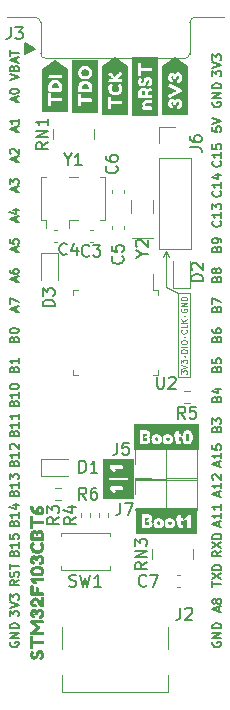
<source format=gto>
%TF.GenerationSoftware,KiCad,Pcbnew,(5.1.12)-1*%
%TF.CreationDate,2021-12-13T23:08:50+08:00*%
%TF.ProjectId,PCB_EK-Link_Lite_Dev,5043425f-454b-42d4-9c69-6e6b5f4c6974,rev?*%
%TF.SameCoordinates,Original*%
%TF.FileFunction,Legend,Top*%
%TF.FilePolarity,Positive*%
%FSLAX46Y46*%
G04 Gerber Fmt 4.6, Leading zero omitted, Abs format (unit mm)*
G04 Created by KiCad (PCBNEW (5.1.12)-1) date 2021-12-13 23:08:50*
%MOMM*%
%LPD*%
G01*
G04 APERTURE LIST*
%ADD10C,0.152400*%
%ADD11C,0.120000*%
%ADD12C,0.125000*%
%ADD13C,0.100000*%
%ADD14C,0.150000*%
G04 APERTURE END LIST*
D10*
X84455000Y-102180571D02*
X84418714Y-102253142D01*
X84418714Y-102362000D01*
X84455000Y-102470857D01*
X84527571Y-102543428D01*
X84600142Y-102579714D01*
X84745285Y-102616000D01*
X84854142Y-102616000D01*
X84999285Y-102579714D01*
X85071857Y-102543428D01*
X85144428Y-102470857D01*
X85180714Y-102362000D01*
X85180714Y-102289428D01*
X85144428Y-102180571D01*
X85108142Y-102144285D01*
X84854142Y-102144285D01*
X84854142Y-102289428D01*
X85180714Y-101817714D02*
X84418714Y-101817714D01*
X85180714Y-101382285D01*
X84418714Y-101382285D01*
X85180714Y-101019428D02*
X84418714Y-101019428D01*
X84418714Y-100838000D01*
X84455000Y-100729142D01*
X84527571Y-100656571D01*
X84600142Y-100620285D01*
X84745285Y-100584000D01*
X84854142Y-100584000D01*
X84999285Y-100620285D01*
X85071857Y-100656571D01*
X85144428Y-100729142D01*
X85180714Y-100838000D01*
X85180714Y-101019428D01*
X84963000Y-99604285D02*
X84963000Y-99241428D01*
X85180714Y-99676857D02*
X84418714Y-99422857D01*
X85180714Y-99168857D01*
X84745285Y-98806000D02*
X84709000Y-98878571D01*
X84672714Y-98914857D01*
X84600142Y-98951142D01*
X84563857Y-98951142D01*
X84491285Y-98914857D01*
X84455000Y-98878571D01*
X84418714Y-98806000D01*
X84418714Y-98660857D01*
X84455000Y-98588285D01*
X84491285Y-98552000D01*
X84563857Y-98515714D01*
X84600142Y-98515714D01*
X84672714Y-98552000D01*
X84709000Y-98588285D01*
X84745285Y-98660857D01*
X84745285Y-98806000D01*
X84781571Y-98878571D01*
X84817857Y-98914857D01*
X84890428Y-98951142D01*
X85035571Y-98951142D01*
X85108142Y-98914857D01*
X85144428Y-98878571D01*
X85180714Y-98806000D01*
X85180714Y-98660857D01*
X85144428Y-98588285D01*
X85108142Y-98552000D01*
X85035571Y-98515714D01*
X84890428Y-98515714D01*
X84817857Y-98552000D01*
X84781571Y-98588285D01*
X84745285Y-98660857D01*
X84418714Y-97481571D02*
X84418714Y-97046142D01*
X85180714Y-97263857D02*
X84418714Y-97263857D01*
X84418714Y-96864714D02*
X85180714Y-96356714D01*
X84418714Y-96356714D02*
X85180714Y-96864714D01*
X85180714Y-96066428D02*
X84418714Y-96066428D01*
X84418714Y-95885000D01*
X84455000Y-95776142D01*
X84527571Y-95703571D01*
X84600142Y-95667285D01*
X84745285Y-95631000D01*
X84854142Y-95631000D01*
X84999285Y-95667285D01*
X85071857Y-95703571D01*
X85144428Y-95776142D01*
X85180714Y-95885000D01*
X85180714Y-96066428D01*
X85180714Y-94488000D02*
X84817857Y-94742000D01*
X85180714Y-94923428D02*
X84418714Y-94923428D01*
X84418714Y-94633142D01*
X84455000Y-94560571D01*
X84491285Y-94524285D01*
X84563857Y-94488000D01*
X84672714Y-94488000D01*
X84745285Y-94524285D01*
X84781571Y-94560571D01*
X84817857Y-94633142D01*
X84817857Y-94923428D01*
X84418714Y-94234000D02*
X85180714Y-93726000D01*
X84418714Y-93726000D02*
X85180714Y-94234000D01*
X85180714Y-93435714D02*
X84418714Y-93435714D01*
X84418714Y-93254285D01*
X84455000Y-93145428D01*
X84527571Y-93072857D01*
X84600142Y-93036571D01*
X84745285Y-93000285D01*
X84854142Y-93000285D01*
X84999285Y-93036571D01*
X85071857Y-93072857D01*
X85144428Y-93145428D01*
X85180714Y-93254285D01*
X85180714Y-93435714D01*
X84963000Y-92347142D02*
X84963000Y-91984285D01*
X85180714Y-92419714D02*
X84418714Y-92165714D01*
X85180714Y-91911714D01*
X85180714Y-91258571D02*
X85180714Y-91694000D01*
X85180714Y-91476285D02*
X84418714Y-91476285D01*
X84527571Y-91548857D01*
X84600142Y-91621428D01*
X84636428Y-91694000D01*
X85180714Y-90532857D02*
X85180714Y-90968285D01*
X85180714Y-90750571D02*
X84418714Y-90750571D01*
X84527571Y-90823142D01*
X84600142Y-90895714D01*
X84636428Y-90968285D01*
X84963000Y-89807142D02*
X84963000Y-89444285D01*
X85180714Y-89879714D02*
X84418714Y-89625714D01*
X85180714Y-89371714D01*
X85180714Y-88718571D02*
X85180714Y-89154000D01*
X85180714Y-88936285D02*
X84418714Y-88936285D01*
X84527571Y-89008857D01*
X84600142Y-89081428D01*
X84636428Y-89154000D01*
X84491285Y-88428285D02*
X84455000Y-88392000D01*
X84418714Y-88319428D01*
X84418714Y-88138000D01*
X84455000Y-88065428D01*
X84491285Y-88029142D01*
X84563857Y-87992857D01*
X84636428Y-87992857D01*
X84745285Y-88029142D01*
X85180714Y-88464571D01*
X85180714Y-87992857D01*
X84963000Y-87267142D02*
X84963000Y-86904285D01*
X85180714Y-87339714D02*
X84418714Y-87085714D01*
X85180714Y-86831714D01*
X85180714Y-86178571D02*
X85180714Y-86614000D01*
X85180714Y-86396285D02*
X84418714Y-86396285D01*
X84527571Y-86468857D01*
X84600142Y-86541428D01*
X84636428Y-86614000D01*
X84418714Y-85489142D02*
X84418714Y-85852000D01*
X84781571Y-85888285D01*
X84745285Y-85852000D01*
X84709000Y-85779428D01*
X84709000Y-85598000D01*
X84745285Y-85525428D01*
X84781571Y-85489142D01*
X84854142Y-85452857D01*
X85035571Y-85452857D01*
X85108142Y-85489142D01*
X85144428Y-85525428D01*
X85180714Y-85598000D01*
X85180714Y-85779428D01*
X85144428Y-85852000D01*
X85108142Y-85888285D01*
X84781571Y-84128428D02*
X84817857Y-84019571D01*
X84854142Y-83983285D01*
X84926714Y-83947000D01*
X85035571Y-83947000D01*
X85108142Y-83983285D01*
X85144428Y-84019571D01*
X85180714Y-84092142D01*
X85180714Y-84382428D01*
X84418714Y-84382428D01*
X84418714Y-84128428D01*
X84455000Y-84055857D01*
X84491285Y-84019571D01*
X84563857Y-83983285D01*
X84636428Y-83983285D01*
X84709000Y-84019571D01*
X84745285Y-84055857D01*
X84781571Y-84128428D01*
X84781571Y-84382428D01*
X84418714Y-83693000D02*
X84418714Y-83221285D01*
X84709000Y-83475285D01*
X84709000Y-83366428D01*
X84745285Y-83293857D01*
X84781571Y-83257571D01*
X84854142Y-83221285D01*
X85035571Y-83221285D01*
X85108142Y-83257571D01*
X85144428Y-83293857D01*
X85180714Y-83366428D01*
X85180714Y-83584142D01*
X85144428Y-83656714D01*
X85108142Y-83693000D01*
X84781571Y-81588428D02*
X84817857Y-81479571D01*
X84854142Y-81443285D01*
X84926714Y-81407000D01*
X85035571Y-81407000D01*
X85108142Y-81443285D01*
X85144428Y-81479571D01*
X85180714Y-81552142D01*
X85180714Y-81842428D01*
X84418714Y-81842428D01*
X84418714Y-81588428D01*
X84455000Y-81515857D01*
X84491285Y-81479571D01*
X84563857Y-81443285D01*
X84636428Y-81443285D01*
X84709000Y-81479571D01*
X84745285Y-81515857D01*
X84781571Y-81588428D01*
X84781571Y-81842428D01*
X84672714Y-80753857D02*
X85180714Y-80753857D01*
X84382428Y-80935285D02*
X84926714Y-81116714D01*
X84926714Y-80645000D01*
X84781571Y-79048428D02*
X84817857Y-78939571D01*
X84854142Y-78903285D01*
X84926714Y-78867000D01*
X85035571Y-78867000D01*
X85108142Y-78903285D01*
X85144428Y-78939571D01*
X85180714Y-79012142D01*
X85180714Y-79302428D01*
X84418714Y-79302428D01*
X84418714Y-79048428D01*
X84455000Y-78975857D01*
X84491285Y-78939571D01*
X84563857Y-78903285D01*
X84636428Y-78903285D01*
X84709000Y-78939571D01*
X84745285Y-78975857D01*
X84781571Y-79048428D01*
X84781571Y-79302428D01*
X84418714Y-78177571D02*
X84418714Y-78540428D01*
X84781571Y-78576714D01*
X84745285Y-78540428D01*
X84709000Y-78467857D01*
X84709000Y-78286428D01*
X84745285Y-78213857D01*
X84781571Y-78177571D01*
X84854142Y-78141285D01*
X85035571Y-78141285D01*
X85108142Y-78177571D01*
X85144428Y-78213857D01*
X85180714Y-78286428D01*
X85180714Y-78467857D01*
X85144428Y-78540428D01*
X85108142Y-78576714D01*
X84781571Y-76508428D02*
X84817857Y-76399571D01*
X84854142Y-76363285D01*
X84926714Y-76327000D01*
X85035571Y-76327000D01*
X85108142Y-76363285D01*
X85144428Y-76399571D01*
X85180714Y-76472142D01*
X85180714Y-76762428D01*
X84418714Y-76762428D01*
X84418714Y-76508428D01*
X84455000Y-76435857D01*
X84491285Y-76399571D01*
X84563857Y-76363285D01*
X84636428Y-76363285D01*
X84709000Y-76399571D01*
X84745285Y-76435857D01*
X84781571Y-76508428D01*
X84781571Y-76762428D01*
X84418714Y-75673857D02*
X84418714Y-75819000D01*
X84455000Y-75891571D01*
X84491285Y-75927857D01*
X84600142Y-76000428D01*
X84745285Y-76036714D01*
X85035571Y-76036714D01*
X85108142Y-76000428D01*
X85144428Y-75964142D01*
X85180714Y-75891571D01*
X85180714Y-75746428D01*
X85144428Y-75673857D01*
X85108142Y-75637571D01*
X85035571Y-75601285D01*
X84854142Y-75601285D01*
X84781571Y-75637571D01*
X84745285Y-75673857D01*
X84709000Y-75746428D01*
X84709000Y-75891571D01*
X84745285Y-75964142D01*
X84781571Y-76000428D01*
X84854142Y-76036714D01*
X84781571Y-73968428D02*
X84817857Y-73859571D01*
X84854142Y-73823285D01*
X84926714Y-73787000D01*
X85035571Y-73787000D01*
X85108142Y-73823285D01*
X85144428Y-73859571D01*
X85180714Y-73932142D01*
X85180714Y-74222428D01*
X84418714Y-74222428D01*
X84418714Y-73968428D01*
X84455000Y-73895857D01*
X84491285Y-73859571D01*
X84563857Y-73823285D01*
X84636428Y-73823285D01*
X84709000Y-73859571D01*
X84745285Y-73895857D01*
X84781571Y-73968428D01*
X84781571Y-74222428D01*
X84418714Y-73533000D02*
X84418714Y-73025000D01*
X85180714Y-73351571D01*
X84781571Y-71428428D02*
X84817857Y-71319571D01*
X84854142Y-71283285D01*
X84926714Y-71247000D01*
X85035571Y-71247000D01*
X85108142Y-71283285D01*
X85144428Y-71319571D01*
X85180714Y-71392142D01*
X85180714Y-71682428D01*
X84418714Y-71682428D01*
X84418714Y-71428428D01*
X84455000Y-71355857D01*
X84491285Y-71319571D01*
X84563857Y-71283285D01*
X84636428Y-71283285D01*
X84709000Y-71319571D01*
X84745285Y-71355857D01*
X84781571Y-71428428D01*
X84781571Y-71682428D01*
X84745285Y-70811571D02*
X84709000Y-70884142D01*
X84672714Y-70920428D01*
X84600142Y-70956714D01*
X84563857Y-70956714D01*
X84491285Y-70920428D01*
X84455000Y-70884142D01*
X84418714Y-70811571D01*
X84418714Y-70666428D01*
X84455000Y-70593857D01*
X84491285Y-70557571D01*
X84563857Y-70521285D01*
X84600142Y-70521285D01*
X84672714Y-70557571D01*
X84709000Y-70593857D01*
X84745285Y-70666428D01*
X84745285Y-70811571D01*
X84781571Y-70884142D01*
X84817857Y-70920428D01*
X84890428Y-70956714D01*
X85035571Y-70956714D01*
X85108142Y-70920428D01*
X85144428Y-70884142D01*
X85180714Y-70811571D01*
X85180714Y-70666428D01*
X85144428Y-70593857D01*
X85108142Y-70557571D01*
X85035571Y-70521285D01*
X84890428Y-70521285D01*
X84817857Y-70557571D01*
X84781571Y-70593857D01*
X84745285Y-70666428D01*
X84781571Y-68888428D02*
X84817857Y-68779571D01*
X84854142Y-68743285D01*
X84926714Y-68707000D01*
X85035571Y-68707000D01*
X85108142Y-68743285D01*
X85144428Y-68779571D01*
X85180714Y-68852142D01*
X85180714Y-69142428D01*
X84418714Y-69142428D01*
X84418714Y-68888428D01*
X84455000Y-68815857D01*
X84491285Y-68779571D01*
X84563857Y-68743285D01*
X84636428Y-68743285D01*
X84709000Y-68779571D01*
X84745285Y-68815857D01*
X84781571Y-68888428D01*
X84781571Y-69142428D01*
X85180714Y-68344142D02*
X85180714Y-68199000D01*
X85144428Y-68126428D01*
X85108142Y-68090142D01*
X84999285Y-68017571D01*
X84854142Y-67981285D01*
X84563857Y-67981285D01*
X84491285Y-68017571D01*
X84455000Y-68053857D01*
X84418714Y-68126428D01*
X84418714Y-68271571D01*
X84455000Y-68344142D01*
X84491285Y-68380428D01*
X84563857Y-68416714D01*
X84745285Y-68416714D01*
X84817857Y-68380428D01*
X84854142Y-68344142D01*
X84890428Y-68271571D01*
X84890428Y-68126428D01*
X84854142Y-68053857D01*
X84817857Y-68017571D01*
X84745285Y-67981285D01*
X85108142Y-66529857D02*
X85144428Y-66566142D01*
X85180714Y-66675000D01*
X85180714Y-66747571D01*
X85144428Y-66856428D01*
X85071857Y-66929000D01*
X84999285Y-66965285D01*
X84854142Y-67001571D01*
X84745285Y-67001571D01*
X84600142Y-66965285D01*
X84527571Y-66929000D01*
X84455000Y-66856428D01*
X84418714Y-66747571D01*
X84418714Y-66675000D01*
X84455000Y-66566142D01*
X84491285Y-66529857D01*
X85180714Y-65804142D02*
X85180714Y-66239571D01*
X85180714Y-66021857D02*
X84418714Y-66021857D01*
X84527571Y-66094428D01*
X84600142Y-66167000D01*
X84636428Y-66239571D01*
X84418714Y-65550142D02*
X84418714Y-65078428D01*
X84709000Y-65332428D01*
X84709000Y-65223571D01*
X84745285Y-65151000D01*
X84781571Y-65114714D01*
X84854142Y-65078428D01*
X85035571Y-65078428D01*
X85108142Y-65114714D01*
X85144428Y-65151000D01*
X85180714Y-65223571D01*
X85180714Y-65441285D01*
X85144428Y-65513857D01*
X85108142Y-65550142D01*
X85108142Y-63989857D02*
X85144428Y-64026142D01*
X85180714Y-64135000D01*
X85180714Y-64207571D01*
X85144428Y-64316428D01*
X85071857Y-64389000D01*
X84999285Y-64425285D01*
X84854142Y-64461571D01*
X84745285Y-64461571D01*
X84600142Y-64425285D01*
X84527571Y-64389000D01*
X84455000Y-64316428D01*
X84418714Y-64207571D01*
X84418714Y-64135000D01*
X84455000Y-64026142D01*
X84491285Y-63989857D01*
X85180714Y-63264142D02*
X85180714Y-63699571D01*
X85180714Y-63481857D02*
X84418714Y-63481857D01*
X84527571Y-63554428D01*
X84600142Y-63627000D01*
X84636428Y-63699571D01*
X84672714Y-62611000D02*
X85180714Y-62611000D01*
X84382428Y-62792428D02*
X84926714Y-62973857D01*
X84926714Y-62502142D01*
X85108142Y-61449857D02*
X85144428Y-61486142D01*
X85180714Y-61595000D01*
X85180714Y-61667571D01*
X85144428Y-61776428D01*
X85071857Y-61849000D01*
X84999285Y-61885285D01*
X84854142Y-61921571D01*
X84745285Y-61921571D01*
X84600142Y-61885285D01*
X84527571Y-61849000D01*
X84455000Y-61776428D01*
X84418714Y-61667571D01*
X84418714Y-61595000D01*
X84455000Y-61486142D01*
X84491285Y-61449857D01*
X85180714Y-60724142D02*
X85180714Y-61159571D01*
X85180714Y-60941857D02*
X84418714Y-60941857D01*
X84527571Y-61014428D01*
X84600142Y-61087000D01*
X84636428Y-61159571D01*
X84418714Y-60034714D02*
X84418714Y-60397571D01*
X84781571Y-60433857D01*
X84745285Y-60397571D01*
X84709000Y-60325000D01*
X84709000Y-60143571D01*
X84745285Y-60071000D01*
X84781571Y-60034714D01*
X84854142Y-59998428D01*
X85035571Y-59998428D01*
X85108142Y-60034714D01*
X85144428Y-60071000D01*
X85180714Y-60143571D01*
X85180714Y-60325000D01*
X85144428Y-60397571D01*
X85108142Y-60433857D01*
X84418714Y-58565142D02*
X84418714Y-58928000D01*
X84781571Y-58964285D01*
X84745285Y-58928000D01*
X84709000Y-58855428D01*
X84709000Y-58674000D01*
X84745285Y-58601428D01*
X84781571Y-58565142D01*
X84854142Y-58528857D01*
X85035571Y-58528857D01*
X85108142Y-58565142D01*
X85144428Y-58601428D01*
X85180714Y-58674000D01*
X85180714Y-58855428D01*
X85144428Y-58928000D01*
X85108142Y-58964285D01*
X84418714Y-58311142D02*
X85180714Y-58057142D01*
X84418714Y-57803142D01*
X84455000Y-56460571D02*
X84418714Y-56533142D01*
X84418714Y-56642000D01*
X84455000Y-56750857D01*
X84527571Y-56823428D01*
X84600142Y-56859714D01*
X84745285Y-56896000D01*
X84854142Y-56896000D01*
X84999285Y-56859714D01*
X85071857Y-56823428D01*
X85144428Y-56750857D01*
X85180714Y-56642000D01*
X85180714Y-56569428D01*
X85144428Y-56460571D01*
X85108142Y-56424285D01*
X84854142Y-56424285D01*
X84854142Y-56569428D01*
X85180714Y-56097714D02*
X84418714Y-56097714D01*
X85180714Y-55662285D01*
X84418714Y-55662285D01*
X85180714Y-55299428D02*
X84418714Y-55299428D01*
X84418714Y-55118000D01*
X84455000Y-55009142D01*
X84527571Y-54936571D01*
X84600142Y-54900285D01*
X84745285Y-54864000D01*
X84854142Y-54864000D01*
X84999285Y-54900285D01*
X85071857Y-54936571D01*
X85144428Y-55009142D01*
X85180714Y-55118000D01*
X85180714Y-55299428D01*
X84418714Y-54283428D02*
X84418714Y-53811714D01*
X84709000Y-54065714D01*
X84709000Y-53956857D01*
X84745285Y-53884285D01*
X84781571Y-53848000D01*
X84854142Y-53811714D01*
X85035571Y-53811714D01*
X85108142Y-53848000D01*
X85144428Y-53884285D01*
X85180714Y-53956857D01*
X85180714Y-54174571D01*
X85144428Y-54247142D01*
X85108142Y-54283428D01*
X84418714Y-53594000D02*
X85180714Y-53340000D01*
X84418714Y-53086000D01*
X84418714Y-52904571D02*
X84418714Y-52432857D01*
X84709000Y-52686857D01*
X84709000Y-52578000D01*
X84745285Y-52505428D01*
X84781571Y-52469142D01*
X84854142Y-52432857D01*
X85035571Y-52432857D01*
X85108142Y-52469142D01*
X85144428Y-52505428D01*
X85180714Y-52578000D01*
X85180714Y-52795714D01*
X85144428Y-52868285D01*
X85108142Y-52904571D01*
X67273714Y-54591857D02*
X68035714Y-54337857D01*
X67273714Y-54083857D01*
X67636571Y-53575857D02*
X67672857Y-53467000D01*
X67709142Y-53430714D01*
X67781714Y-53394428D01*
X67890571Y-53394428D01*
X67963142Y-53430714D01*
X67999428Y-53467000D01*
X68035714Y-53539571D01*
X68035714Y-53829857D01*
X67273714Y-53829857D01*
X67273714Y-53575857D01*
X67310000Y-53503285D01*
X67346285Y-53467000D01*
X67418857Y-53430714D01*
X67491428Y-53430714D01*
X67564000Y-53467000D01*
X67600285Y-53503285D01*
X67636571Y-53575857D01*
X67636571Y-53829857D01*
X67818000Y-53104142D02*
X67818000Y-52741285D01*
X68035714Y-53176714D02*
X67273714Y-52922714D01*
X68035714Y-52668714D01*
X67273714Y-52523571D02*
X67273714Y-52088142D01*
X68035714Y-52305857D02*
X67273714Y-52305857D01*
X67818000Y-56424285D02*
X67818000Y-56061428D01*
X68035714Y-56496857D02*
X67273714Y-56242857D01*
X68035714Y-55988857D01*
X67273714Y-55589714D02*
X67273714Y-55517142D01*
X67310000Y-55444571D01*
X67346285Y-55408285D01*
X67418857Y-55372000D01*
X67564000Y-55335714D01*
X67745428Y-55335714D01*
X67890571Y-55372000D01*
X67963142Y-55408285D01*
X67999428Y-55444571D01*
X68035714Y-55517142D01*
X68035714Y-55589714D01*
X67999428Y-55662285D01*
X67963142Y-55698571D01*
X67890571Y-55734857D01*
X67745428Y-55771142D01*
X67564000Y-55771142D01*
X67418857Y-55734857D01*
X67346285Y-55698571D01*
X67310000Y-55662285D01*
X67273714Y-55589714D01*
X67818000Y-58964285D02*
X67818000Y-58601428D01*
X68035714Y-59036857D02*
X67273714Y-58782857D01*
X68035714Y-58528857D01*
X68035714Y-57875714D02*
X68035714Y-58311142D01*
X68035714Y-58093428D02*
X67273714Y-58093428D01*
X67382571Y-58166000D01*
X67455142Y-58238571D01*
X67491428Y-58311142D01*
X67818000Y-61504285D02*
X67818000Y-61141428D01*
X68035714Y-61576857D02*
X67273714Y-61322857D01*
X68035714Y-61068857D01*
X67346285Y-60851142D02*
X67310000Y-60814857D01*
X67273714Y-60742285D01*
X67273714Y-60560857D01*
X67310000Y-60488285D01*
X67346285Y-60452000D01*
X67418857Y-60415714D01*
X67491428Y-60415714D01*
X67600285Y-60452000D01*
X68035714Y-60887428D01*
X68035714Y-60415714D01*
X67818000Y-64044285D02*
X67818000Y-63681428D01*
X68035714Y-64116857D02*
X67273714Y-63862857D01*
X68035714Y-63608857D01*
X67273714Y-63427428D02*
X67273714Y-62955714D01*
X67564000Y-63209714D01*
X67564000Y-63100857D01*
X67600285Y-63028285D01*
X67636571Y-62992000D01*
X67709142Y-62955714D01*
X67890571Y-62955714D01*
X67963142Y-62992000D01*
X67999428Y-63028285D01*
X68035714Y-63100857D01*
X68035714Y-63318571D01*
X67999428Y-63391142D01*
X67963142Y-63427428D01*
X67818000Y-66584285D02*
X67818000Y-66221428D01*
X68035714Y-66656857D02*
X67273714Y-66402857D01*
X68035714Y-66148857D01*
X67527714Y-65568285D02*
X68035714Y-65568285D01*
X67237428Y-65749714D02*
X67781714Y-65931142D01*
X67781714Y-65459428D01*
X67818000Y-69124285D02*
X67818000Y-68761428D01*
X68035714Y-69196857D02*
X67273714Y-68942857D01*
X68035714Y-68688857D01*
X67273714Y-68072000D02*
X67273714Y-68434857D01*
X67636571Y-68471142D01*
X67600285Y-68434857D01*
X67564000Y-68362285D01*
X67564000Y-68180857D01*
X67600285Y-68108285D01*
X67636571Y-68072000D01*
X67709142Y-68035714D01*
X67890571Y-68035714D01*
X67963142Y-68072000D01*
X67999428Y-68108285D01*
X68035714Y-68180857D01*
X68035714Y-68362285D01*
X67999428Y-68434857D01*
X67963142Y-68471142D01*
X67818000Y-71664285D02*
X67818000Y-71301428D01*
X68035714Y-71736857D02*
X67273714Y-71482857D01*
X68035714Y-71228857D01*
X67273714Y-70648285D02*
X67273714Y-70793428D01*
X67310000Y-70866000D01*
X67346285Y-70902285D01*
X67455142Y-70974857D01*
X67600285Y-71011142D01*
X67890571Y-71011142D01*
X67963142Y-70974857D01*
X67999428Y-70938571D01*
X68035714Y-70866000D01*
X68035714Y-70720857D01*
X67999428Y-70648285D01*
X67963142Y-70612000D01*
X67890571Y-70575714D01*
X67709142Y-70575714D01*
X67636571Y-70612000D01*
X67600285Y-70648285D01*
X67564000Y-70720857D01*
X67564000Y-70866000D01*
X67600285Y-70938571D01*
X67636571Y-70974857D01*
X67709142Y-71011142D01*
X67818000Y-74204285D02*
X67818000Y-73841428D01*
X68035714Y-74276857D02*
X67273714Y-74022857D01*
X68035714Y-73768857D01*
X67273714Y-73587428D02*
X67273714Y-73079428D01*
X68035714Y-73406000D01*
X67636571Y-76508428D02*
X67672857Y-76399571D01*
X67709142Y-76363285D01*
X67781714Y-76327000D01*
X67890571Y-76327000D01*
X67963142Y-76363285D01*
X67999428Y-76399571D01*
X68035714Y-76472142D01*
X68035714Y-76762428D01*
X67273714Y-76762428D01*
X67273714Y-76508428D01*
X67310000Y-76435857D01*
X67346285Y-76399571D01*
X67418857Y-76363285D01*
X67491428Y-76363285D01*
X67564000Y-76399571D01*
X67600285Y-76435857D01*
X67636571Y-76508428D01*
X67636571Y-76762428D01*
X67273714Y-75855285D02*
X67273714Y-75782714D01*
X67310000Y-75710142D01*
X67346285Y-75673857D01*
X67418857Y-75637571D01*
X67564000Y-75601285D01*
X67745428Y-75601285D01*
X67890571Y-75637571D01*
X67963142Y-75673857D01*
X67999428Y-75710142D01*
X68035714Y-75782714D01*
X68035714Y-75855285D01*
X67999428Y-75927857D01*
X67963142Y-75964142D01*
X67890571Y-76000428D01*
X67745428Y-76036714D01*
X67564000Y-76036714D01*
X67418857Y-76000428D01*
X67346285Y-75964142D01*
X67310000Y-75927857D01*
X67273714Y-75855285D01*
X67636571Y-79048428D02*
X67672857Y-78939571D01*
X67709142Y-78903285D01*
X67781714Y-78867000D01*
X67890571Y-78867000D01*
X67963142Y-78903285D01*
X67999428Y-78939571D01*
X68035714Y-79012142D01*
X68035714Y-79302428D01*
X67273714Y-79302428D01*
X67273714Y-79048428D01*
X67310000Y-78975857D01*
X67346285Y-78939571D01*
X67418857Y-78903285D01*
X67491428Y-78903285D01*
X67564000Y-78939571D01*
X67600285Y-78975857D01*
X67636571Y-79048428D01*
X67636571Y-79302428D01*
X68035714Y-78141285D02*
X68035714Y-78576714D01*
X68035714Y-78359000D02*
X67273714Y-78359000D01*
X67382571Y-78431571D01*
X67455142Y-78504142D01*
X67491428Y-78576714D01*
X67636571Y-81951285D02*
X67672857Y-81842428D01*
X67709142Y-81806142D01*
X67781714Y-81769857D01*
X67890571Y-81769857D01*
X67963142Y-81806142D01*
X67999428Y-81842428D01*
X68035714Y-81915000D01*
X68035714Y-82205285D01*
X67273714Y-82205285D01*
X67273714Y-81951285D01*
X67310000Y-81878714D01*
X67346285Y-81842428D01*
X67418857Y-81806142D01*
X67491428Y-81806142D01*
X67564000Y-81842428D01*
X67600285Y-81878714D01*
X67636571Y-81951285D01*
X67636571Y-82205285D01*
X68035714Y-81044142D02*
X68035714Y-81479571D01*
X68035714Y-81261857D02*
X67273714Y-81261857D01*
X67382571Y-81334428D01*
X67455142Y-81407000D01*
X67491428Y-81479571D01*
X67273714Y-80572428D02*
X67273714Y-80499857D01*
X67310000Y-80427285D01*
X67346285Y-80391000D01*
X67418857Y-80354714D01*
X67564000Y-80318428D01*
X67745428Y-80318428D01*
X67890571Y-80354714D01*
X67963142Y-80391000D01*
X67999428Y-80427285D01*
X68035714Y-80499857D01*
X68035714Y-80572428D01*
X67999428Y-80645000D01*
X67963142Y-80681285D01*
X67890571Y-80717571D01*
X67745428Y-80753857D01*
X67564000Y-80753857D01*
X67418857Y-80717571D01*
X67346285Y-80681285D01*
X67310000Y-80645000D01*
X67273714Y-80572428D01*
X67636571Y-84491285D02*
X67672857Y-84382428D01*
X67709142Y-84346142D01*
X67781714Y-84309857D01*
X67890571Y-84309857D01*
X67963142Y-84346142D01*
X67999428Y-84382428D01*
X68035714Y-84455000D01*
X68035714Y-84745285D01*
X67273714Y-84745285D01*
X67273714Y-84491285D01*
X67310000Y-84418714D01*
X67346285Y-84382428D01*
X67418857Y-84346142D01*
X67491428Y-84346142D01*
X67564000Y-84382428D01*
X67600285Y-84418714D01*
X67636571Y-84491285D01*
X67636571Y-84745285D01*
X68035714Y-83584142D02*
X68035714Y-84019571D01*
X68035714Y-83801857D02*
X67273714Y-83801857D01*
X67382571Y-83874428D01*
X67455142Y-83947000D01*
X67491428Y-84019571D01*
X68035714Y-82858428D02*
X68035714Y-83293857D01*
X68035714Y-83076142D02*
X67273714Y-83076142D01*
X67382571Y-83148714D01*
X67455142Y-83221285D01*
X67491428Y-83293857D01*
X67636571Y-87031285D02*
X67672857Y-86922428D01*
X67709142Y-86886142D01*
X67781714Y-86849857D01*
X67890571Y-86849857D01*
X67963142Y-86886142D01*
X67999428Y-86922428D01*
X68035714Y-86995000D01*
X68035714Y-87285285D01*
X67273714Y-87285285D01*
X67273714Y-87031285D01*
X67310000Y-86958714D01*
X67346285Y-86922428D01*
X67418857Y-86886142D01*
X67491428Y-86886142D01*
X67564000Y-86922428D01*
X67600285Y-86958714D01*
X67636571Y-87031285D01*
X67636571Y-87285285D01*
X68035714Y-86124142D02*
X68035714Y-86559571D01*
X68035714Y-86341857D02*
X67273714Y-86341857D01*
X67382571Y-86414428D01*
X67455142Y-86487000D01*
X67491428Y-86559571D01*
X67346285Y-85833857D02*
X67310000Y-85797571D01*
X67273714Y-85725000D01*
X67273714Y-85543571D01*
X67310000Y-85471000D01*
X67346285Y-85434714D01*
X67418857Y-85398428D01*
X67491428Y-85398428D01*
X67600285Y-85434714D01*
X68035714Y-85870142D01*
X68035714Y-85398428D01*
X67636571Y-89571285D02*
X67672857Y-89462428D01*
X67709142Y-89426142D01*
X67781714Y-89389857D01*
X67890571Y-89389857D01*
X67963142Y-89426142D01*
X67999428Y-89462428D01*
X68035714Y-89535000D01*
X68035714Y-89825285D01*
X67273714Y-89825285D01*
X67273714Y-89571285D01*
X67310000Y-89498714D01*
X67346285Y-89462428D01*
X67418857Y-89426142D01*
X67491428Y-89426142D01*
X67564000Y-89462428D01*
X67600285Y-89498714D01*
X67636571Y-89571285D01*
X67636571Y-89825285D01*
X68035714Y-88664142D02*
X68035714Y-89099571D01*
X68035714Y-88881857D02*
X67273714Y-88881857D01*
X67382571Y-88954428D01*
X67455142Y-89027000D01*
X67491428Y-89099571D01*
X67273714Y-88410142D02*
X67273714Y-87938428D01*
X67564000Y-88192428D01*
X67564000Y-88083571D01*
X67600285Y-88011000D01*
X67636571Y-87974714D01*
X67709142Y-87938428D01*
X67890571Y-87938428D01*
X67963142Y-87974714D01*
X67999428Y-88011000D01*
X68035714Y-88083571D01*
X68035714Y-88301285D01*
X67999428Y-88373857D01*
X67963142Y-88410142D01*
X67636571Y-92111285D02*
X67672857Y-92002428D01*
X67709142Y-91966142D01*
X67781714Y-91929857D01*
X67890571Y-91929857D01*
X67963142Y-91966142D01*
X67999428Y-92002428D01*
X68035714Y-92075000D01*
X68035714Y-92365285D01*
X67273714Y-92365285D01*
X67273714Y-92111285D01*
X67310000Y-92038714D01*
X67346285Y-92002428D01*
X67418857Y-91966142D01*
X67491428Y-91966142D01*
X67564000Y-92002428D01*
X67600285Y-92038714D01*
X67636571Y-92111285D01*
X67636571Y-92365285D01*
X68035714Y-91204142D02*
X68035714Y-91639571D01*
X68035714Y-91421857D02*
X67273714Y-91421857D01*
X67382571Y-91494428D01*
X67455142Y-91567000D01*
X67491428Y-91639571D01*
X67527714Y-90551000D02*
X68035714Y-90551000D01*
X67237428Y-90732428D02*
X67781714Y-90913857D01*
X67781714Y-90442142D01*
X67636571Y-94651285D02*
X67672857Y-94542428D01*
X67709142Y-94506142D01*
X67781714Y-94469857D01*
X67890571Y-94469857D01*
X67963142Y-94506142D01*
X67999428Y-94542428D01*
X68035714Y-94615000D01*
X68035714Y-94905285D01*
X67273714Y-94905285D01*
X67273714Y-94651285D01*
X67310000Y-94578714D01*
X67346285Y-94542428D01*
X67418857Y-94506142D01*
X67491428Y-94506142D01*
X67564000Y-94542428D01*
X67600285Y-94578714D01*
X67636571Y-94651285D01*
X67636571Y-94905285D01*
X68035714Y-93744142D02*
X68035714Y-94179571D01*
X68035714Y-93961857D02*
X67273714Y-93961857D01*
X67382571Y-94034428D01*
X67455142Y-94107000D01*
X67491428Y-94179571D01*
X67273714Y-93054714D02*
X67273714Y-93417571D01*
X67636571Y-93453857D01*
X67600285Y-93417571D01*
X67564000Y-93345000D01*
X67564000Y-93163571D01*
X67600285Y-93091000D01*
X67636571Y-93054714D01*
X67709142Y-93018428D01*
X67890571Y-93018428D01*
X67963142Y-93054714D01*
X67999428Y-93091000D01*
X68035714Y-93163571D01*
X68035714Y-93345000D01*
X67999428Y-93417571D01*
X67963142Y-93453857D01*
X68035714Y-96937285D02*
X67672857Y-97191285D01*
X68035714Y-97372714D02*
X67273714Y-97372714D01*
X67273714Y-97082428D01*
X67310000Y-97009857D01*
X67346285Y-96973571D01*
X67418857Y-96937285D01*
X67527714Y-96937285D01*
X67600285Y-96973571D01*
X67636571Y-97009857D01*
X67672857Y-97082428D01*
X67672857Y-97372714D01*
X67999428Y-96647000D02*
X68035714Y-96538142D01*
X68035714Y-96356714D01*
X67999428Y-96284142D01*
X67963142Y-96247857D01*
X67890571Y-96211571D01*
X67818000Y-96211571D01*
X67745428Y-96247857D01*
X67709142Y-96284142D01*
X67672857Y-96356714D01*
X67636571Y-96501857D01*
X67600285Y-96574428D01*
X67564000Y-96610714D01*
X67491428Y-96647000D01*
X67418857Y-96647000D01*
X67346285Y-96610714D01*
X67310000Y-96574428D01*
X67273714Y-96501857D01*
X67273714Y-96320428D01*
X67310000Y-96211571D01*
X67273714Y-95993857D02*
X67273714Y-95558428D01*
X68035714Y-95776142D02*
X67273714Y-95776142D01*
X67273714Y-100003428D02*
X67273714Y-99531714D01*
X67564000Y-99785714D01*
X67564000Y-99676857D01*
X67600285Y-99604285D01*
X67636571Y-99568000D01*
X67709142Y-99531714D01*
X67890571Y-99531714D01*
X67963142Y-99568000D01*
X67999428Y-99604285D01*
X68035714Y-99676857D01*
X68035714Y-99894571D01*
X67999428Y-99967142D01*
X67963142Y-100003428D01*
X67273714Y-99314000D02*
X68035714Y-99060000D01*
X67273714Y-98806000D01*
X67273714Y-98624571D02*
X67273714Y-98152857D01*
X67564000Y-98406857D01*
X67564000Y-98298000D01*
X67600285Y-98225428D01*
X67636571Y-98189142D01*
X67709142Y-98152857D01*
X67890571Y-98152857D01*
X67963142Y-98189142D01*
X67999428Y-98225428D01*
X68035714Y-98298000D01*
X68035714Y-98515714D01*
X67999428Y-98588285D01*
X67963142Y-98624571D01*
X67310000Y-102180571D02*
X67273714Y-102253142D01*
X67273714Y-102362000D01*
X67310000Y-102470857D01*
X67382571Y-102543428D01*
X67455142Y-102579714D01*
X67600285Y-102616000D01*
X67709142Y-102616000D01*
X67854285Y-102579714D01*
X67926857Y-102543428D01*
X67999428Y-102470857D01*
X68035714Y-102362000D01*
X68035714Y-102289428D01*
X67999428Y-102180571D01*
X67963142Y-102144285D01*
X67709142Y-102144285D01*
X67709142Y-102289428D01*
X68035714Y-101817714D02*
X67273714Y-101817714D01*
X68035714Y-101382285D01*
X67273714Y-101382285D01*
X68035714Y-101019428D02*
X67273714Y-101019428D01*
X67273714Y-100838000D01*
X67310000Y-100729142D01*
X67382571Y-100656571D01*
X67455142Y-100620285D01*
X67600285Y-100584000D01*
X67709142Y-100584000D01*
X67854285Y-100620285D01*
X67926857Y-100656571D01*
X67999428Y-100729142D01*
X68035714Y-100838000D01*
X68035714Y-101019428D01*
D11*
X80518000Y-69088000D02*
X80772000Y-69596000D01*
X80518000Y-69088000D02*
X80264000Y-69596000D01*
X80518000Y-72136000D02*
X80518000Y-69088000D01*
X81534000Y-72644000D02*
X80518000Y-72136000D01*
X82550000Y-72644000D02*
X81534000Y-72644000D01*
X82550000Y-79756000D02*
X82550000Y-72644000D01*
X81534000Y-79756000D02*
X82550000Y-79756000D01*
X81534000Y-72644000D02*
X81534000Y-79756000D01*
D12*
X81768190Y-79485714D02*
X81768190Y-79176190D01*
X81958666Y-79342857D01*
X81958666Y-79271428D01*
X81982476Y-79223809D01*
X82006285Y-79200000D01*
X82053904Y-79176190D01*
X82172952Y-79176190D01*
X82220571Y-79200000D01*
X82244380Y-79223809D01*
X82268190Y-79271428D01*
X82268190Y-79414285D01*
X82244380Y-79461904D01*
X82220571Y-79485714D01*
X81768190Y-79033333D02*
X82268190Y-78866666D01*
X81768190Y-78700000D01*
X81768190Y-78580952D02*
X81768190Y-78271428D01*
X81958666Y-78438095D01*
X81958666Y-78366666D01*
X81982476Y-78319047D01*
X82006285Y-78295238D01*
X82053904Y-78271428D01*
X82172952Y-78271428D01*
X82220571Y-78295238D01*
X82244380Y-78319047D01*
X82268190Y-78366666D01*
X82268190Y-78509523D01*
X82244380Y-78557142D01*
X82220571Y-78580952D01*
X82053904Y-77985714D02*
X82077714Y-78009523D01*
X82101523Y-77985714D01*
X82077714Y-77961904D01*
X82053904Y-77985714D01*
X82101523Y-77985714D01*
X82268190Y-77676190D02*
X81768190Y-77676190D01*
X81768190Y-77557142D01*
X81792000Y-77485714D01*
X81839619Y-77438095D01*
X81887238Y-77414285D01*
X81982476Y-77390476D01*
X82053904Y-77390476D01*
X82149142Y-77414285D01*
X82196761Y-77438095D01*
X82244380Y-77485714D01*
X82268190Y-77557142D01*
X82268190Y-77676190D01*
X82268190Y-77176190D02*
X81768190Y-77176190D01*
X81768190Y-76842857D02*
X81768190Y-76747619D01*
X81792000Y-76700000D01*
X81839619Y-76652380D01*
X81934857Y-76628571D01*
X82101523Y-76628571D01*
X82196761Y-76652380D01*
X82244380Y-76700000D01*
X82268190Y-76747619D01*
X82268190Y-76842857D01*
X82244380Y-76890476D01*
X82196761Y-76938095D01*
X82101523Y-76961904D01*
X81934857Y-76961904D01*
X81839619Y-76938095D01*
X81792000Y-76890476D01*
X81768190Y-76842857D01*
X82053904Y-76342857D02*
X82077714Y-76366666D01*
X82101523Y-76342857D01*
X82077714Y-76319047D01*
X82053904Y-76342857D01*
X82101523Y-76342857D01*
X82220571Y-75747619D02*
X82244380Y-75771428D01*
X82268190Y-75842857D01*
X82268190Y-75890476D01*
X82244380Y-75961904D01*
X82196761Y-76009523D01*
X82149142Y-76033333D01*
X82053904Y-76057142D01*
X81982476Y-76057142D01*
X81887238Y-76033333D01*
X81839619Y-76009523D01*
X81792000Y-75961904D01*
X81768190Y-75890476D01*
X81768190Y-75842857D01*
X81792000Y-75771428D01*
X81815809Y-75747619D01*
X82268190Y-75295238D02*
X82268190Y-75533333D01*
X81768190Y-75533333D01*
X82268190Y-75128571D02*
X81768190Y-75128571D01*
X82268190Y-74842857D02*
X81982476Y-75057142D01*
X81768190Y-74842857D02*
X82053904Y-75128571D01*
X82053904Y-74557142D02*
X82077714Y-74580952D01*
X82101523Y-74557142D01*
X82077714Y-74533333D01*
X82053904Y-74557142D01*
X82101523Y-74557142D01*
X81792000Y-73985714D02*
X81768190Y-74033333D01*
X81768190Y-74104761D01*
X81792000Y-74176190D01*
X81839619Y-74223809D01*
X81887238Y-74247619D01*
X81982476Y-74271428D01*
X82053904Y-74271428D01*
X82149142Y-74247619D01*
X82196761Y-74223809D01*
X82244380Y-74176190D01*
X82268190Y-74104761D01*
X82268190Y-74057142D01*
X82244380Y-73985714D01*
X82220571Y-73961904D01*
X82053904Y-73961904D01*
X82053904Y-74057142D01*
X82268190Y-73747619D02*
X81768190Y-73747619D01*
X82268190Y-73461904D01*
X81768190Y-73461904D01*
X82268190Y-73223809D02*
X81768190Y-73223809D01*
X81768190Y-73104761D01*
X81792000Y-73033333D01*
X81839619Y-72985714D01*
X81887238Y-72961904D01*
X81982476Y-72938095D01*
X82053904Y-72938095D01*
X82149142Y-72961904D01*
X82196761Y-72985714D01*
X82244380Y-73033333D01*
X82268190Y-73104761D01*
X82268190Y-73223809D01*
D13*
%TO.C,svg2mod*%
G36*
X69052281Y-96968469D02*
G01*
X69011006Y-96878775D01*
X69018944Y-96803369D01*
X69037200Y-96762094D01*
X69071331Y-96739869D01*
X69155469Y-96731931D01*
X70039706Y-96731931D01*
X70094475Y-96734312D01*
X70136544Y-96749394D01*
X70168691Y-96791462D01*
X70179406Y-96873219D01*
X70169088Y-96952991D01*
X70138131Y-96995456D01*
X70094475Y-97010537D01*
X70036531Y-97012919D01*
X69469794Y-97012919D01*
X69488844Y-97033556D01*
X69538056Y-97144681D01*
X69482494Y-97240725D01*
X69384069Y-97290731D01*
X69290406Y-97233581D01*
X69055456Y-96973231D01*
X69052281Y-96968469D01*
G37*
G36*
X69820631Y-90624819D02*
G01*
X69936519Y-91024869D01*
X69909928Y-90933191D01*
X69830156Y-90902631D01*
X69761894Y-90930412D01*
X69730144Y-91019312D01*
X69759513Y-91112975D01*
X69819044Y-91145519D01*
X69865081Y-91141550D01*
X69900006Y-91126469D01*
X69936519Y-91024869D01*
X69820631Y-90624819D01*
X69921702Y-90637607D01*
X70011131Y-90675972D01*
X70088919Y-90739912D01*
X70148891Y-90822022D01*
X70184874Y-90914890D01*
X70196869Y-91018519D01*
X70182140Y-91144813D01*
X70137955Y-91248530D01*
X70064313Y-91329669D01*
X69967387Y-91387877D01*
X69853351Y-91422802D01*
X69722206Y-91434444D01*
X69604922Y-91427554D01*
X69495638Y-91406885D01*
X69394356Y-91372436D01*
X69301074Y-91324208D01*
X69215794Y-91262200D01*
X69142642Y-91188254D01*
X69085746Y-91104212D01*
X69045106Y-91010073D01*
X69020722Y-90905838D01*
X69012594Y-90791506D01*
X69027675Y-90703400D01*
X69072919Y-90666094D01*
X69149119Y-90656569D01*
X69222144Y-90664506D01*
X69263419Y-90683556D01*
X69284056Y-90715306D01*
X69293581Y-90807381D01*
X69315806Y-90933587D01*
X69369781Y-91029631D01*
X69431694Y-91085987D01*
X69487256Y-91115356D01*
X69509481Y-91123294D01*
X69482494Y-91005819D01*
X69494047Y-90906071D01*
X69528708Y-90816377D01*
X69586475Y-90736737D01*
X69658706Y-90674560D01*
X69736758Y-90637254D01*
X69820631Y-90624819D01*
G37*
G36*
X70012719Y-103643906D02*
G01*
X69921438Y-103685181D01*
X69874408Y-103668116D01*
X69814281Y-103616919D01*
X69776181Y-103532781D01*
X69796025Y-103479600D01*
X69855556Y-103408956D01*
X69907150Y-103345456D01*
X69931756Y-103269256D01*
X69918351Y-103187235D01*
X69878134Y-103138023D01*
X69811106Y-103121619D01*
X69749988Y-103162100D01*
X69714269Y-103262906D01*
X69699783Y-103325613D01*
X69678550Y-103393081D01*
X69651761Y-103460550D01*
X69620606Y-103523256D01*
X69577545Y-103578620D01*
X69515037Y-103624063D01*
X69435464Y-103654423D01*
X69341206Y-103664544D01*
X69252042Y-103652990D01*
X69170815Y-103618330D01*
X69097525Y-103560563D01*
X69039758Y-103482863D01*
X69005097Y-103388407D01*
X68993544Y-103277194D01*
X68999695Y-103186111D01*
X69018150Y-103103363D01*
X69068156Y-102994619D01*
X69098319Y-102954931D01*
X69176106Y-102905719D01*
X69263419Y-102943819D01*
X69322950Y-102998588D01*
X69342794Y-103054944D01*
X69311044Y-103137494D01*
X69295169Y-103155750D01*
X69274531Y-103180356D01*
X69253894Y-103265288D01*
X69278500Y-103351013D01*
X69346762Y-103385144D01*
X69417406Y-103344663D01*
X69453919Y-103243856D01*
X69466023Y-103180753D01*
X69483287Y-103112094D01*
X69505314Y-103043434D01*
X69531706Y-102980331D01*
X69570798Y-102924967D01*
X69630925Y-102879525D01*
X69709705Y-102849164D01*
X69804756Y-102839044D01*
X69901792Y-102849363D01*
X69986525Y-102880319D01*
X70056177Y-102927944D01*
X70107969Y-102988269D01*
X70154712Y-103075934D01*
X70182758Y-103167480D01*
X70192106Y-103262906D01*
X70187542Y-103335534D01*
X70173850Y-103404194D01*
X70128606Y-103512144D01*
X70078600Y-103583581D01*
X70030181Y-103629619D01*
X70012719Y-103643906D01*
G37*
G36*
X69012594Y-97492344D02*
G01*
X69014975Y-97437575D01*
X69030056Y-97396300D01*
X69072919Y-97363756D01*
X69153881Y-97354231D01*
X69234844Y-97363756D01*
X69276912Y-97397094D01*
X69291200Y-97439163D01*
X69293581Y-97495519D01*
X69293581Y-97981294D01*
X69453919Y-97981294D01*
X69453919Y-97668556D01*
X69456300Y-97612200D01*
X69471381Y-97570131D01*
X69514641Y-97539175D01*
X69596794Y-97528856D01*
X69685297Y-97543938D01*
X69728556Y-97589181D01*
X69736494Y-97670144D01*
X69736494Y-97981294D01*
X70036531Y-97981294D01*
X70092094Y-97983675D01*
X70133369Y-97998756D01*
X70165516Y-98040825D01*
X70176231Y-98122581D01*
X70161150Y-98210688D01*
X70115906Y-98252756D01*
X70034944Y-98262281D01*
X69152294Y-98262281D01*
X69041962Y-98232119D01*
X69012594Y-98117819D01*
X69012594Y-97492344D01*
G37*
G36*
X69552344Y-92767944D02*
G01*
X69785706Y-92955269D01*
X69725381Y-92964000D01*
X69693631Y-92993369D01*
X69680931Y-93082269D01*
X69658706Y-93167994D01*
X69567425Y-93196569D01*
X69476144Y-93167200D01*
X69453919Y-93069569D01*
X69420581Y-92993369D01*
X69363431Y-92988606D01*
X69307869Y-93014800D01*
X69291994Y-93093381D01*
X69291994Y-93315631D01*
X69893656Y-93315631D01*
X69893656Y-93055281D01*
X69866669Y-92980272D01*
X69785706Y-92955269D01*
X69552344Y-92767944D01*
X69629426Y-92715909D01*
X69712505Y-92684688D01*
X69801581Y-92674281D01*
X69901682Y-92687775D01*
X69990317Y-92724023D01*
X70067488Y-92783025D01*
X70127019Y-92858431D01*
X70162738Y-92943892D01*
X70174644Y-93039406D01*
X70174644Y-93456919D01*
X70159563Y-93545025D01*
X70114319Y-93587094D01*
X70031769Y-93596619D01*
X69150706Y-93596619D01*
X69095144Y-93594237D01*
X69053869Y-93579156D01*
X69021722Y-93537087D01*
X69011006Y-93455331D01*
X69011006Y-93055281D01*
X69022295Y-92963206D01*
X69056162Y-92881715D01*
X69112606Y-92810806D01*
X69185984Y-92753480D01*
X69268534Y-92719084D01*
X69360256Y-92707619D01*
X69460666Y-92722700D01*
X69552344Y-92767944D01*
G37*
G36*
X69896831Y-98489294D02*
G01*
X69911913Y-98396425D01*
X69957950Y-98359119D01*
X70038913Y-98349594D01*
X70119081Y-98359913D01*
X70160356Y-98394044D01*
X70179406Y-98492469D01*
X70179406Y-99113181D01*
X70136544Y-99211606D01*
X70036531Y-99252881D01*
X69954180Y-99237998D01*
X69878575Y-99193350D01*
X69811503Y-99127667D01*
X69754750Y-99049681D01*
X69703553Y-98965544D01*
X69653150Y-98881406D01*
X69599770Y-98803420D01*
X69539644Y-98737738D01*
X69474159Y-98693089D01*
X69404706Y-98678206D01*
X69364225Y-98689319D01*
X69321362Y-98713925D01*
X69290406Y-98755994D01*
X69276119Y-98835369D01*
X69313425Y-98923475D01*
X69387244Y-98965544D01*
X69423756Y-98971894D01*
X69433281Y-98971894D01*
X69485669Y-98974275D01*
X69525356Y-98989356D01*
X69553931Y-99032219D01*
X69563456Y-99113181D01*
X69548375Y-99201684D01*
X69503131Y-99244944D01*
X69422169Y-99252881D01*
X69315894Y-99239740D01*
X69217205Y-99200317D01*
X69126100Y-99134613D01*
X69053340Y-99047653D01*
X69009683Y-98944465D01*
X68995131Y-98825050D01*
X69009860Y-98705547D01*
X69054045Y-98602094D01*
X69127687Y-98514694D01*
X69220203Y-98448548D01*
X69321010Y-98408860D01*
X69430106Y-98395631D01*
X69518212Y-98405553D01*
X69601556Y-98435319D01*
X69674581Y-98478975D01*
X69731731Y-98530569D01*
X69819441Y-98641694D01*
X69873019Y-98740119D01*
X69888894Y-98779806D01*
X69896831Y-98779806D01*
X69896831Y-98489294D01*
G37*
G36*
X69557106Y-94926944D02*
G01*
X69568219Y-94926944D01*
X69602350Y-94880112D01*
X69653944Y-94830106D01*
X69725381Y-94790816D01*
X69806344Y-94777719D01*
X69912971Y-94791830D01*
X70006369Y-94834163D01*
X70086538Y-94904719D01*
X70147833Y-94996617D01*
X70184610Y-95102980D01*
X70196869Y-95223806D01*
X70184522Y-95343751D01*
X70147480Y-95449584D01*
X70085744Y-95541306D01*
X70036134Y-95586153D01*
X69973031Y-95625444D01*
X69931756Y-95642906D01*
X69915881Y-95646081D01*
X69830156Y-95663544D01*
X69761100Y-95624650D01*
X69738081Y-95507969D01*
X69753956Y-95423831D01*
X69836506Y-95376206D01*
X69912706Y-95288894D01*
X69922231Y-95222219D01*
X69913698Y-95149194D01*
X69888100Y-95098394D01*
X69811106Y-95058706D01*
X69735700Y-95097600D01*
X69703156Y-95189675D01*
X69699981Y-95261906D01*
X69684106Y-95303181D01*
X69643228Y-95335328D01*
X69561869Y-95346044D01*
X69473366Y-95331359D01*
X69430106Y-95287306D01*
X69422169Y-95204756D01*
X69406691Y-95114269D01*
X69360256Y-95084106D01*
X69296756Y-95115856D01*
X69266594Y-95203962D01*
X69285644Y-95293656D01*
X69323744Y-95334931D01*
X69342794Y-95344456D01*
X69402325Y-95388906D01*
X69422169Y-95449231D01*
X69393594Y-95536544D01*
X69343984Y-95596075D01*
X69287231Y-95615919D01*
X69179281Y-95579406D01*
X69129275Y-95544481D01*
X69066569Y-95478600D01*
X69017356Y-95373825D01*
X69000687Y-95302586D01*
X68995131Y-95223806D01*
X69007478Y-95102803D01*
X69044520Y-95000145D01*
X69106256Y-94915831D01*
X69183426Y-94853213D01*
X69266770Y-94815642D01*
X69356287Y-94803119D01*
X69440337Y-94816877D01*
X69507276Y-94858152D01*
X69557106Y-94926944D01*
G37*
G36*
X69557106Y-99481481D02*
G01*
X69568219Y-99481481D01*
X69602350Y-99434650D01*
X69653944Y-99384644D01*
X69725381Y-99345353D01*
X69806344Y-99332256D01*
X69912971Y-99346367D01*
X70006369Y-99388701D01*
X70086538Y-99459256D01*
X70147833Y-99551155D01*
X70184610Y-99657517D01*
X70196869Y-99778344D01*
X70184522Y-99898288D01*
X70147480Y-100004122D01*
X70085744Y-100095844D01*
X70036134Y-100140691D01*
X69973031Y-100179981D01*
X69931756Y-100197444D01*
X69915881Y-100200619D01*
X69830156Y-100218081D01*
X69761100Y-100179188D01*
X69738081Y-100062506D01*
X69753956Y-99978369D01*
X69836506Y-99930744D01*
X69912706Y-99843431D01*
X69922231Y-99776756D01*
X69913698Y-99703731D01*
X69888100Y-99652931D01*
X69811106Y-99613244D01*
X69735700Y-99652138D01*
X69703156Y-99744213D01*
X69699981Y-99816444D01*
X69684106Y-99857719D01*
X69643228Y-99889866D01*
X69561869Y-99900581D01*
X69473366Y-99885897D01*
X69430106Y-99841844D01*
X69422169Y-99759294D01*
X69406691Y-99668806D01*
X69360256Y-99638644D01*
X69296756Y-99670394D01*
X69266594Y-99758500D01*
X69285644Y-99848194D01*
X69323744Y-99889469D01*
X69342794Y-99898994D01*
X69402325Y-99943444D01*
X69422169Y-100003769D01*
X69393594Y-100091081D01*
X69343984Y-100150613D01*
X69287231Y-100170456D01*
X69179281Y-100133944D01*
X69129275Y-100099019D01*
X69066569Y-100033138D01*
X69017356Y-99928363D01*
X69000687Y-99857123D01*
X68995131Y-99778344D01*
X69007478Y-99657341D01*
X69044520Y-99554683D01*
X69106256Y-99470369D01*
X69183426Y-99407751D01*
X69266770Y-99370180D01*
X69356287Y-99357656D01*
X69440337Y-99371415D01*
X69507276Y-99412690D01*
X69557106Y-99481481D01*
G37*
G36*
X69293581Y-95790544D02*
G01*
X69740859Y-96034126D01*
X69604731Y-96023906D01*
X69595206Y-96023906D01*
X69455605Y-96034027D01*
X69355891Y-96064387D01*
X69296062Y-96114989D01*
X69276119Y-96185831D01*
X69296111Y-96256673D01*
X69356089Y-96307275D01*
X69456052Y-96337636D01*
X69596000Y-96347756D01*
X69735948Y-96337735D01*
X69835911Y-96307672D01*
X69895889Y-96257566D01*
X69915881Y-96187419D01*
X69896434Y-96115882D01*
X69838094Y-96064784D01*
X69740859Y-96034126D01*
X69293581Y-95790544D01*
X69390772Y-95764085D01*
X69491842Y-95748210D01*
X69596794Y-95742919D01*
X69733021Y-95750658D01*
X69854366Y-95773875D01*
X69960827Y-95812570D01*
X70052406Y-95866744D01*
X70110350Y-95921711D01*
X70157181Y-95994537D01*
X70188138Y-96082842D01*
X70198456Y-96184244D01*
X70187939Y-96286042D01*
X70156388Y-96375537D01*
X70109358Y-96449753D01*
X70052406Y-96505712D01*
X69984541Y-96548377D01*
X69904769Y-96582706D01*
X69809695Y-96608283D01*
X69706508Y-96623628D01*
X69595206Y-96628744D01*
X69494488Y-96624599D01*
X69404001Y-96612163D01*
X69323744Y-96591437D01*
X69223136Y-96551948D01*
X69146737Y-96508094D01*
X69087603Y-96452730D01*
X69038787Y-96378712D01*
X69006045Y-96288820D01*
X68995131Y-96185831D01*
X69005847Y-96083239D01*
X69037994Y-95994537D01*
X69086016Y-95921512D01*
X69144356Y-95865950D01*
X69213412Y-95823683D01*
X69293581Y-95790544D01*
G37*
G36*
X69871431Y-93947456D02*
G01*
X69850794Y-93918881D01*
X69819044Y-93842681D01*
X69841269Y-93791484D01*
X69907944Y-93736319D01*
X69996844Y-93701394D01*
X70052406Y-93722825D01*
X70092094Y-93772831D01*
X70125431Y-93827600D01*
X70166706Y-93934756D01*
X70185756Y-94014330D01*
X70192106Y-94091125D01*
X70187145Y-94166928D01*
X70172263Y-94243525D01*
X70145672Y-94321709D01*
X70105588Y-94402275D01*
X70053597Y-94479864D01*
X69991288Y-94549119D01*
X69914294Y-94608452D01*
X69818250Y-94656275D01*
X69708117Y-94687827D01*
X69588856Y-94698344D01*
X69470786Y-94688025D01*
X69364225Y-94657069D01*
X69272150Y-94610039D01*
X69197537Y-94551500D01*
X69137014Y-94482642D01*
X69087206Y-94404656D01*
X69039581Y-94300763D01*
X69011006Y-94196517D01*
X69001481Y-94091919D01*
X69007236Y-94016711D01*
X69024500Y-93940312D01*
X69071331Y-93823631D01*
X69093556Y-93785531D01*
X69122131Y-93741081D01*
X69197537Y-93699806D01*
X69285644Y-93733144D01*
X69349937Y-93791881D01*
X69371369Y-93844269D01*
X69336444Y-93925231D01*
X69295962Y-94003019D01*
X69282469Y-94103031D01*
X69300328Y-94205425D01*
X69353906Y-94306231D01*
X69452331Y-94385606D01*
X69519998Y-94409419D01*
X69596000Y-94417356D01*
X69672002Y-94409419D01*
X69739669Y-94385606D01*
X69839681Y-94304644D01*
X69892069Y-94205822D01*
X69909531Y-94103031D01*
X69896831Y-94010162D01*
X69871431Y-93947456D01*
G37*
G36*
X69011006Y-92494894D02*
G01*
X69011006Y-91612244D01*
X69022912Y-91537631D01*
X69060219Y-91505881D01*
X69126894Y-91497944D01*
X69192775Y-91505881D01*
X69226906Y-91532869D01*
X69241194Y-91613831D01*
X69241194Y-91917044D01*
X70039706Y-91917044D01*
X70093681Y-91919425D01*
X70134163Y-91933712D01*
X70166706Y-91975781D01*
X70176231Y-92055156D01*
X70166706Y-92133737D01*
X70134163Y-92175012D01*
X70092888Y-92189300D01*
X70038119Y-92191681D01*
X69241194Y-92191681D01*
X69241194Y-92496481D01*
X69229287Y-92571094D01*
X69191981Y-92602844D01*
X69125306Y-92610781D01*
X69059425Y-92602844D01*
X69025294Y-92575856D01*
X69011006Y-92494894D01*
G37*
G36*
X69011006Y-102659656D02*
G01*
X69011006Y-101777006D01*
X69022912Y-101702394D01*
X69060219Y-101670644D01*
X69126894Y-101662706D01*
X69192775Y-101670644D01*
X69226906Y-101697631D01*
X69241194Y-101778594D01*
X69241194Y-102081806D01*
X70039706Y-102081806D01*
X70093681Y-102084188D01*
X70134163Y-102098475D01*
X70166706Y-102140544D01*
X70176231Y-102219919D01*
X70166706Y-102298500D01*
X70134163Y-102339775D01*
X70092888Y-102354063D01*
X70038119Y-102356444D01*
X69241194Y-102356444D01*
X69241194Y-102661244D01*
X69229287Y-102735856D01*
X69191981Y-102767606D01*
X69125306Y-102775544D01*
X69059425Y-102767606D01*
X69025294Y-102740619D01*
X69011006Y-102659656D01*
G37*
G36*
X69057044Y-100338731D02*
G01*
X69099906Y-100323650D01*
X69155469Y-100321269D01*
X70036531Y-100321269D01*
X70123447Y-100336350D01*
X70165119Y-100381594D01*
X70174644Y-100457794D01*
X70166706Y-100530819D01*
X70147656Y-100572094D01*
X70115906Y-100594319D01*
X70033356Y-100602256D01*
X69501544Y-100602256D01*
X69565242Y-100651072D01*
X69657913Y-100718144D01*
X69745027Y-100780453D01*
X69792056Y-100814981D01*
X69829363Y-100843556D01*
X69857938Y-100882450D01*
X69876194Y-100949125D01*
X69859525Y-101014213D01*
X69826981Y-101056281D01*
X69809519Y-101068981D01*
X69747408Y-101116209D01*
X69640450Y-101194394D01*
X69541033Y-101266625D01*
X69501544Y-101295994D01*
X70036531Y-101295994D01*
X70091300Y-101298375D01*
X70131781Y-101313456D01*
X70163928Y-101356319D01*
X70174644Y-101437281D01*
X70163928Y-101515863D01*
X70131781Y-101557931D01*
X70090506Y-101573013D01*
X70033356Y-101575394D01*
X69152294Y-101575394D01*
X69097525Y-101573013D01*
X69055456Y-101557931D01*
X69024500Y-101515069D01*
X69014181Y-101434106D01*
X69024500Y-101360288D01*
X69045931Y-101319806D01*
X69055456Y-101310281D01*
X69528531Y-100949919D01*
X69395372Y-100849144D01*
X69281643Y-100762721D01*
X69187346Y-100690648D01*
X69112479Y-100632927D01*
X69057044Y-100589556D01*
X69024897Y-100544114D01*
X69014181Y-100461763D01*
X69024897Y-100380602D01*
X69057044Y-100338731D01*
G37*
G36*
X78721744Y-55856188D02*
G01*
X78721744Y-55652988D01*
X78686819Y-55560913D01*
X78582044Y-55514875D01*
X78476475Y-55560913D01*
X78440756Y-55656163D01*
X78440756Y-55856188D01*
X78721744Y-55856188D01*
G37*
G36*
X77628089Y-57099200D02*
G01*
X78486794Y-56634063D01*
X78500287Y-56534138D01*
X78540769Y-56446032D01*
X78608237Y-56369744D01*
X78695109Y-56311094D01*
X78793799Y-56275905D01*
X78904306Y-56264175D01*
X79183706Y-56264175D01*
X79238475Y-56266556D01*
X79278956Y-56280050D01*
X79311103Y-56322119D01*
X79321819Y-56403875D01*
X79307134Y-56492775D01*
X79263081Y-56534050D01*
X79182119Y-56543575D01*
X78902719Y-56543575D01*
X78801119Y-56580881D01*
X78764606Y-56680894D01*
X78802706Y-56782494D01*
X78902719Y-56821388D01*
X79183706Y-56821388D01*
X79238475Y-56823769D01*
X79278956Y-56838850D01*
X79311103Y-56879728D01*
X79321819Y-56961088D01*
X79311103Y-57041653D01*
X79278956Y-57083325D01*
X79236888Y-57096819D01*
X79182119Y-57099200D01*
X78620144Y-57099200D01*
X78566962Y-57096819D01*
X78526481Y-57081738D01*
X78496716Y-57040066D01*
X78486794Y-56959500D01*
X78495922Y-56881316D01*
X78523306Y-56840438D01*
X78588394Y-56824563D01*
X78556644Y-56795988D01*
X78523306Y-56753125D01*
X78486794Y-56634063D01*
X77628089Y-57099200D01*
X77628089Y-57611830D01*
X79851911Y-57611830D01*
X79241562Y-55503939D01*
X79145783Y-55545214D01*
X78999556Y-55606950D01*
X79002731Y-55656163D01*
X79002731Y-55856188D01*
X79182119Y-55856188D01*
X79236888Y-55858569D01*
X79278956Y-55873650D01*
X79311103Y-55915719D01*
X79321819Y-55997475D01*
X79307134Y-56085581D01*
X79263081Y-56127650D01*
X79180531Y-56137175D01*
X78299469Y-56137175D01*
X78244700Y-56134794D01*
X78202631Y-56119713D01*
X78170484Y-56077644D01*
X78159769Y-55995888D01*
X78159769Y-55652988D01*
X78171058Y-55560736D01*
X78204924Y-55470249D01*
X78261369Y-55381525D01*
X78319312Y-55323581D01*
X78394719Y-55276750D01*
X78483619Y-55245794D01*
X78582044Y-55235475D01*
X78694580Y-55248704D01*
X78793005Y-55288392D01*
X78877319Y-55354538D01*
X78942406Y-55327021D01*
X79025485Y-55291038D01*
X79126556Y-55246588D01*
X79159894Y-55118000D01*
X79068613Y-55159275D01*
X79021583Y-55142209D01*
X78961456Y-55091012D01*
X78923356Y-55006875D01*
X78943200Y-54953694D01*
X79002731Y-54883050D01*
X79054325Y-54819550D01*
X79078931Y-54743350D01*
X79065526Y-54661329D01*
X79025309Y-54612117D01*
X78958281Y-54595712D01*
X78897163Y-54636194D01*
X78861444Y-54737000D01*
X78846958Y-54799706D01*
X78825725Y-54867175D01*
X78798936Y-54934644D01*
X78767781Y-54997350D01*
X78724720Y-55052714D01*
X78662212Y-55098156D01*
X78582639Y-55128517D01*
X78488381Y-55138638D01*
X78399217Y-55127084D01*
X78317990Y-55092424D01*
X78244700Y-55034656D01*
X78186933Y-54956957D01*
X78152272Y-54862501D01*
X78140719Y-54751287D01*
X78146870Y-54660205D01*
X78165325Y-54577456D01*
X78215331Y-54468712D01*
X78245494Y-54429025D01*
X78323281Y-54379812D01*
X78410594Y-54417912D01*
X78470125Y-54472681D01*
X78489969Y-54529037D01*
X78458219Y-54611587D01*
X78442344Y-54629844D01*
X78421706Y-54654450D01*
X78401069Y-54739381D01*
X78425675Y-54825106D01*
X78493937Y-54859237D01*
X78564581Y-54818756D01*
X78601094Y-54717950D01*
X78613198Y-54654847D01*
X78630462Y-54586187D01*
X78652489Y-54517528D01*
X78678881Y-54454425D01*
X78717973Y-54399061D01*
X78778100Y-54353619D01*
X78856880Y-54323258D01*
X78951931Y-54313137D01*
X79048967Y-54323456D01*
X79133700Y-54354412D01*
X79203352Y-54402037D01*
X79255144Y-54462362D01*
X79301887Y-54550028D01*
X79329933Y-54641574D01*
X79339281Y-54737000D01*
X79334717Y-54809628D01*
X79321025Y-54878287D01*
X79275781Y-54986237D01*
X79225775Y-55057675D01*
X79177356Y-55103712D01*
X79159894Y-55118000D01*
X79126556Y-55246588D01*
X79209106Y-55222775D01*
X79264669Y-55247381D01*
X79310706Y-55321200D01*
X79332931Y-55402956D01*
X79317850Y-55453756D01*
X79286894Y-55483125D01*
X79241562Y-55503939D01*
X79851911Y-57611830D01*
X79851911Y-57099200D01*
X79851911Y-53136800D01*
X78388369Y-53555900D01*
X79186881Y-53555900D01*
X79240856Y-53558281D01*
X79281338Y-53572569D01*
X79313881Y-53614637D01*
X79323406Y-53694012D01*
X79313881Y-53772594D01*
X79281338Y-53813869D01*
X79240062Y-53828156D01*
X79185294Y-53830537D01*
X78388369Y-53830537D01*
X78388369Y-54135337D01*
X78376462Y-54209950D01*
X78339156Y-54241700D01*
X78272481Y-54249637D01*
X78206600Y-54241700D01*
X78172469Y-54214712D01*
X78158181Y-54133750D01*
X78158181Y-53251100D01*
X78170087Y-53176487D01*
X78207394Y-53144737D01*
X78274069Y-53136800D01*
X78339950Y-53144737D01*
X78374081Y-53171725D01*
X78388369Y-53252687D01*
X78388369Y-53555900D01*
X79851911Y-53136800D01*
X79851911Y-52624170D01*
X77628089Y-52624170D01*
X77628089Y-53136800D01*
X77628089Y-57099200D01*
G37*
G36*
X70819962Y-55148912D02*
G01*
X70819962Y-55301312D01*
X71420038Y-55301312D01*
X71420038Y-55147325D01*
X71398805Y-55038581D01*
X71335106Y-54940950D01*
X71239261Y-54871893D01*
X71121588Y-54848875D01*
X71003517Y-54871298D01*
X70906481Y-54938568D01*
X70841592Y-55036001D01*
X70819962Y-55148912D01*
G37*
G36*
X70024757Y-56782450D02*
G01*
X70537387Y-56666562D01*
X70537387Y-55783912D01*
X70549294Y-55709300D01*
X70586600Y-55677550D01*
X70580250Y-55564837D01*
X70548103Y-55522768D01*
X70537387Y-55441012D01*
X70538975Y-55147325D01*
X70549343Y-55035704D01*
X70580448Y-54931028D01*
X70632290Y-54833297D01*
X70678675Y-54464700D01*
X70623906Y-54462318D01*
X70581837Y-54447237D01*
X70549691Y-54405168D01*
X70538975Y-54323412D01*
X70553659Y-54234909D01*
X70597712Y-54191650D01*
X70680262Y-54183712D01*
X71562913Y-54183712D01*
X71618475Y-54186093D01*
X71659750Y-54201175D01*
X71691897Y-54243243D01*
X71702613Y-54325000D01*
X71687531Y-54413106D01*
X71642288Y-54455175D01*
X71561325Y-54464700D01*
X70678675Y-54464700D01*
X70632290Y-54833297D01*
X70704869Y-54742512D01*
X70792578Y-54666114D01*
X70889812Y-54611543D01*
X70996572Y-54578801D01*
X71112856Y-54567887D01*
X71229587Y-54578553D01*
X71337686Y-54610551D01*
X71437153Y-54663881D01*
X71527988Y-54738543D01*
X71603691Y-54828386D01*
X71657766Y-54927257D01*
X71690210Y-55035158D01*
X71701025Y-55152087D01*
X71701025Y-55442600D01*
X71691103Y-55521181D01*
X71661338Y-55563250D01*
X71559738Y-55582300D01*
X70677087Y-55582300D01*
X70621525Y-55579918D01*
X70580250Y-55564837D01*
X70586600Y-55677550D01*
X70653275Y-55669612D01*
X70719156Y-55677550D01*
X70753287Y-55704537D01*
X70767575Y-55785500D01*
X70767575Y-56088712D01*
X71566088Y-56088712D01*
X71620062Y-56091093D01*
X71660544Y-56105381D01*
X71693088Y-56147450D01*
X71702613Y-56226825D01*
X71693088Y-56305406D01*
X71660544Y-56346681D01*
X71619269Y-56360968D01*
X71564500Y-56363350D01*
X70767575Y-56363350D01*
X70767575Y-56668150D01*
X70755669Y-56742762D01*
X70718362Y-56774512D01*
X70651687Y-56782450D01*
X70585806Y-56774512D01*
X70551675Y-56747525D01*
X70537387Y-56666562D01*
X70024757Y-56782450D01*
X70024757Y-57295080D01*
X72215243Y-57295080D01*
X72215243Y-56782450D01*
X72215243Y-54183712D01*
X72215243Y-53671082D01*
X71120000Y-52940920D01*
X70024757Y-53671082D01*
X70024757Y-54183712D01*
X70024757Y-56782450D01*
G37*
G36*
X73356787Y-55206900D02*
G01*
X73356787Y-55359300D01*
X73956863Y-55359300D01*
X73956863Y-55205313D01*
X73935630Y-55096569D01*
X73871931Y-54998937D01*
X73776086Y-54929881D01*
X73658412Y-54906862D01*
X73540342Y-54929286D01*
X73443306Y-54996556D01*
X73378417Y-55093989D01*
X73356787Y-55206900D01*
G37*
G36*
X73660000Y-54265512D02*
G01*
X73748283Y-54255370D01*
X73824747Y-54224943D01*
X73889394Y-54174231D01*
X73955473Y-54077592D01*
X73977500Y-53970237D01*
X73956069Y-53863081D01*
X73891775Y-53767037D01*
X73828099Y-53716767D01*
X73751369Y-53686604D01*
X73661588Y-53676550D01*
X73571629Y-53686692D01*
X73494371Y-53717119D01*
X73429812Y-53767831D01*
X73364328Y-53864470D01*
X73342500Y-53971825D01*
X73364527Y-54078981D01*
X73430606Y-54175025D01*
X73495253Y-54225296D01*
X73571717Y-54255458D01*
X73660000Y-54265512D01*
G37*
G36*
X72548882Y-56840438D02*
G01*
X73074212Y-56724550D01*
X73074212Y-55841900D01*
X73086119Y-55767288D01*
X73123425Y-55735538D01*
X73117075Y-55622825D01*
X73084928Y-55580756D01*
X73074212Y-55499000D01*
X73075800Y-55205313D01*
X73086168Y-55093691D01*
X73117273Y-54989016D01*
X73169115Y-54891285D01*
X73241694Y-54800500D01*
X73329403Y-54724102D01*
X73228200Y-54371875D01*
X73158747Y-54286547D01*
X73105962Y-54189312D01*
X73072625Y-54084537D01*
X73061512Y-53976587D01*
X73072129Y-53862982D01*
X73103978Y-53757116D01*
X73157060Y-53658988D01*
X73231375Y-53568600D01*
X73321416Y-53492896D01*
X73421677Y-53438822D01*
X73532157Y-53406377D01*
X73652856Y-53395562D01*
X73774002Y-53405881D01*
X73885822Y-53436837D01*
X73988315Y-53488431D01*
X74081481Y-53560662D01*
X74158921Y-53647975D01*
X74214236Y-53744812D01*
X74247425Y-53851175D01*
X74258488Y-53967062D01*
X74247573Y-54083198D01*
X74214831Y-54190305D01*
X74160261Y-54288382D01*
X74083863Y-54377431D01*
X73992383Y-54451399D01*
X73892569Y-54504233D01*
X73784420Y-54535933D01*
X73667938Y-54546500D01*
X73540342Y-54534594D01*
X73421081Y-54498875D01*
X73315314Y-54443312D01*
X73228200Y-54371875D01*
X73329403Y-54724102D01*
X73426637Y-54669531D01*
X73533397Y-54636789D01*
X73649681Y-54625875D01*
X73766412Y-54636541D01*
X73874511Y-54668539D01*
X73973978Y-54721869D01*
X74064813Y-54796531D01*
X74140516Y-54886374D01*
X74194591Y-54985245D01*
X74227035Y-55093146D01*
X74237850Y-55210075D01*
X74237850Y-55500588D01*
X74227928Y-55579169D01*
X74198163Y-55621238D01*
X74096563Y-55640288D01*
X73213912Y-55640288D01*
X73158350Y-55637906D01*
X73117075Y-55622825D01*
X73123425Y-55735538D01*
X73190100Y-55727600D01*
X73255981Y-55735538D01*
X73290112Y-55762525D01*
X73304400Y-55843488D01*
X73304400Y-56146700D01*
X74102913Y-56146700D01*
X74156888Y-56149081D01*
X74197369Y-56163369D01*
X74229913Y-56205438D01*
X74239438Y-56284813D01*
X74229913Y-56363394D01*
X74197369Y-56404669D01*
X74156094Y-56418956D01*
X74101325Y-56421338D01*
X73304400Y-56421338D01*
X73304400Y-56726138D01*
X73292494Y-56800750D01*
X73255187Y-56832500D01*
X73188512Y-56840438D01*
X73122631Y-56832500D01*
X73088500Y-56805513D01*
X73074212Y-56724550D01*
X72548882Y-56840438D01*
X72548882Y-57353068D01*
X74771118Y-57353068D01*
X74771118Y-56840438D01*
X74771118Y-53395562D01*
X74771118Y-52882932D01*
X72548882Y-52882932D01*
X72548882Y-53395562D01*
X72548882Y-56840438D01*
G37*
G36*
X80166501Y-57036185D02*
G01*
X80701356Y-56746466D01*
X80684687Y-56675227D01*
X80679131Y-56596448D01*
X80691478Y-56475445D01*
X80728520Y-56372786D01*
X80790256Y-56288473D01*
X80867426Y-56225855D01*
X80950770Y-56188284D01*
X81040287Y-56175760D01*
X81124337Y-56189518D01*
X81191276Y-56230793D01*
X81241106Y-56299585D01*
X81252219Y-56299585D01*
X81286350Y-56252754D01*
X81337944Y-56202748D01*
X81409381Y-56163457D01*
X81780856Y-55624898D01*
X80891856Y-56063048D01*
X80815656Y-56086860D01*
X80762475Y-56063444D01*
X80714056Y-55993198D01*
X80687069Y-55913029D01*
X80693419Y-55870960D01*
X80715644Y-55843973D01*
X80757712Y-55817779D01*
X80802162Y-55796546D01*
X80889475Y-55756660D01*
X81001592Y-55705662D01*
X81120456Y-55651091D01*
X81239320Y-55596323D01*
X81351438Y-55544729D01*
X81436170Y-55505637D01*
X81472881Y-55488373D01*
X80777556Y-55170873D01*
X80729931Y-55148648D01*
X80687069Y-55078798D01*
X80714056Y-54985135D01*
X80762475Y-54914888D01*
X80815656Y-54891473D01*
X80891856Y-54915285D01*
X80971231Y-54780348D01*
X80863281Y-54743835D01*
X80813275Y-54708910D01*
X80750569Y-54643029D01*
X80701356Y-54538254D01*
X80684687Y-54467015D01*
X80679131Y-54388235D01*
X80691478Y-54267232D01*
X80728520Y-54164574D01*
X80790256Y-54080260D01*
X80867426Y-54017642D01*
X80950770Y-53980071D01*
X81040287Y-53967548D01*
X81124337Y-53981306D01*
X81191276Y-54022581D01*
X81241106Y-54091373D01*
X81252219Y-54091373D01*
X81286350Y-54044541D01*
X81337944Y-53994535D01*
X81409381Y-53955244D01*
X81490344Y-53942148D01*
X81596971Y-53956259D01*
X81690369Y-53998592D01*
X81770538Y-54069148D01*
X81831833Y-54161046D01*
X81868610Y-54267409D01*
X81880869Y-54388235D01*
X81868522Y-54508180D01*
X81831480Y-54614013D01*
X81769744Y-54705735D01*
X81720134Y-54750582D01*
X81657031Y-54789873D01*
X81615756Y-54807335D01*
X81599881Y-54810510D01*
X81514156Y-54827973D01*
X81445100Y-54789079D01*
X81422081Y-54672398D01*
X81437956Y-54588260D01*
X81520506Y-54540635D01*
X81596706Y-54453323D01*
X81606231Y-54386648D01*
X81597698Y-54313623D01*
X81572100Y-54262823D01*
X81495106Y-54223135D01*
X81419700Y-54262029D01*
X81387156Y-54354104D01*
X81383981Y-54426335D01*
X81368106Y-54467610D01*
X81327228Y-54499757D01*
X81245869Y-54510473D01*
X81157366Y-54495788D01*
X81114106Y-54451735D01*
X81106169Y-54369185D01*
X81090691Y-54278698D01*
X81044256Y-54248535D01*
X80980756Y-54280285D01*
X80950594Y-54368391D01*
X80969644Y-54458085D01*
X81007744Y-54499360D01*
X81026794Y-54508885D01*
X81086325Y-54553335D01*
X81106169Y-54613660D01*
X81077594Y-54700973D01*
X81027984Y-54760504D01*
X80971231Y-54780348D01*
X80891856Y-54915285D01*
X81780856Y-55353435D01*
X81837213Y-55406616D01*
X81858644Y-55480435D01*
X81858644Y-55496310D01*
X81837213Y-55571716D01*
X81780856Y-55624898D01*
X81409381Y-56163457D01*
X81490344Y-56150360D01*
X81596971Y-56164471D01*
X81690369Y-56206805D01*
X81770538Y-56277360D01*
X81831833Y-56369259D01*
X81868610Y-56475621D01*
X81880869Y-56596448D01*
X81868522Y-56716392D01*
X81831480Y-56822225D01*
X81769744Y-56913948D01*
X81720134Y-56958794D01*
X81657031Y-56998085D01*
X81615756Y-57015548D01*
X81599881Y-57018723D01*
X81514156Y-57036185D01*
X81445100Y-56997291D01*
X81422081Y-56880610D01*
X81437956Y-56796473D01*
X81520506Y-56748848D01*
X81596706Y-56661535D01*
X81606231Y-56594860D01*
X81597698Y-56521835D01*
X81572100Y-56471035D01*
X81495106Y-56431348D01*
X81419700Y-56470241D01*
X81387156Y-56562316D01*
X81383981Y-56634548D01*
X81368106Y-56675823D01*
X81327228Y-56707969D01*
X81245869Y-56718685D01*
X81157366Y-56704001D01*
X81114106Y-56659948D01*
X81106169Y-56577398D01*
X81090691Y-56486910D01*
X81044256Y-56456748D01*
X80980756Y-56488498D01*
X80950594Y-56576604D01*
X80969644Y-56666298D01*
X81007744Y-56707573D01*
X81026794Y-56717098D01*
X81086325Y-56761548D01*
X81106169Y-56821873D01*
X81077594Y-56909185D01*
X81027984Y-56968716D01*
X80971231Y-56988560D01*
X80863281Y-56952048D01*
X80813275Y-56917123D01*
X80750569Y-56851241D01*
X80701356Y-56746466D01*
X80166501Y-57036185D01*
X80166501Y-57548815D01*
X82393499Y-57548815D01*
X82393499Y-57036185D01*
X82393499Y-53942148D01*
X82393499Y-53429517D01*
X81280000Y-52687185D01*
X80166501Y-53429517D01*
X80166501Y-53942148D01*
X80166501Y-57036185D01*
G37*
G36*
X75088089Y-57075343D02*
G01*
X75618181Y-56959456D01*
X75618181Y-56076806D01*
X75630087Y-56002193D01*
X75667394Y-55970443D01*
X75734069Y-55962506D01*
X75799950Y-55970443D01*
X75834081Y-55997431D01*
X75848369Y-56078393D01*
X75848369Y-56381606D01*
X76646881Y-56381606D01*
X76700856Y-56383987D01*
X76741338Y-56398275D01*
X76773881Y-56440343D01*
X76783406Y-56519718D01*
X76773881Y-56598300D01*
X76741338Y-56639575D01*
X76700062Y-56653862D01*
X76645294Y-56656243D01*
X75848369Y-56656243D01*
X75848369Y-56961043D01*
X75836462Y-57035656D01*
X75799156Y-57067406D01*
X75732481Y-57075343D01*
X75666600Y-57067406D01*
X75632469Y-57040418D01*
X75618181Y-56959456D01*
X75088089Y-57075343D01*
X75088089Y-57587974D01*
X77311911Y-57587974D01*
X76660772Y-55680526D01*
X76598463Y-55749781D01*
X76521469Y-55809114D01*
X76425425Y-55856937D01*
X76315292Y-55888489D01*
X76196031Y-55899006D01*
X76077961Y-55888687D01*
X75971400Y-55857731D01*
X75879325Y-55810701D01*
X75804712Y-55752162D01*
X75744189Y-55683304D01*
X75694381Y-55605318D01*
X75646756Y-55501425D01*
X75618181Y-55397180D01*
X75608656Y-55292581D01*
X75614411Y-55217373D01*
X75631675Y-55140975D01*
X75678506Y-55024293D01*
X75700731Y-54986193D01*
X75729306Y-54941743D01*
X75804712Y-54900468D01*
X75892819Y-54933806D01*
X75957112Y-54992543D01*
X75978544Y-55044931D01*
X75943619Y-55125893D01*
X75903137Y-55203681D01*
X75889644Y-55303693D01*
X75907503Y-55406087D01*
X75961081Y-55506893D01*
X76059506Y-55586268D01*
X76127173Y-55610081D01*
X76203175Y-55618018D01*
X76279177Y-55610081D01*
X76346844Y-55586268D01*
X76446856Y-55505306D01*
X76499244Y-55406484D01*
X76516706Y-55303693D01*
X76504006Y-55210825D01*
X76478606Y-55148118D01*
X76457969Y-55119543D01*
X76426219Y-55043343D01*
X76448444Y-54992147D01*
X76642119Y-54797281D01*
X75759469Y-54797281D01*
X75704700Y-54794900D01*
X75662631Y-54779818D01*
X75630484Y-54737750D01*
X75619769Y-54655993D01*
X75634453Y-54567490D01*
X75678506Y-54524231D01*
X75761056Y-54516293D01*
X76064269Y-54516293D01*
X75970606Y-54433235D01*
X75883929Y-54356781D01*
X75804236Y-54286931D01*
X75731529Y-54223685D01*
X75665806Y-54167043D01*
X75600719Y-54070206D01*
X75655487Y-53965431D01*
X75750737Y-53901931D01*
X75846781Y-53949556D01*
X75904923Y-54001943D01*
X75972987Y-54067031D01*
X76050973Y-54144818D01*
X76138881Y-54235306D01*
X76199206Y-54298806D01*
X76308645Y-54186193D01*
X76403597Y-54091240D01*
X76484063Y-54013949D01*
X76550044Y-53954318D01*
X76649263Y-53901931D01*
X76744513Y-53965431D01*
X76799281Y-54069412D01*
X76732606Y-54167043D01*
X76334144Y-54516293D01*
X76643706Y-54516293D01*
X76699269Y-54518675D01*
X76740544Y-54533756D01*
X76772691Y-54575825D01*
X76783406Y-54657581D01*
X76768325Y-54745687D01*
X76723081Y-54787756D01*
X76642119Y-54797281D01*
X76448444Y-54992147D01*
X76515119Y-54936981D01*
X76604019Y-54902056D01*
X76659581Y-54923487D01*
X76699269Y-54973493D01*
X76732606Y-55028262D01*
X76773881Y-55135418D01*
X76792931Y-55214992D01*
X76799281Y-55291787D01*
X76794320Y-55367590D01*
X76779438Y-55444187D01*
X76752847Y-55522372D01*
X76712763Y-55602937D01*
X76660772Y-55680526D01*
X77311911Y-57587974D01*
X77311911Y-57075343D01*
X77311911Y-53901931D01*
X77311911Y-53389301D01*
X76200000Y-52648026D01*
X75088089Y-53389301D01*
X75088089Y-53901931D01*
X75088089Y-57075343D01*
G37*
G36*
X75143651Y-89568338D02*
G01*
X75759469Y-89246075D01*
X75718194Y-89156381D01*
X75726131Y-89080975D01*
X75744387Y-89039700D01*
X75778519Y-89017475D01*
X75862656Y-89009538D01*
X75792806Y-88480900D01*
X75707081Y-88469391D01*
X75665806Y-88434863D01*
X75656281Y-88372156D01*
X75665806Y-88309450D01*
X75699144Y-88276112D01*
X75794394Y-88263412D01*
X75759469Y-87452200D01*
X75718194Y-87362506D01*
X75726131Y-87287100D01*
X75744387Y-87245825D01*
X75778519Y-87223600D01*
X75862656Y-87215662D01*
X76746894Y-87215662D01*
X76801663Y-87218044D01*
X76843731Y-87233125D01*
X76875878Y-87275194D01*
X76886594Y-87356950D01*
X76876275Y-87436722D01*
X76845319Y-87479187D01*
X76801663Y-87494269D01*
X76743719Y-87496650D01*
X76176981Y-87496650D01*
X76196031Y-87517287D01*
X76245244Y-87628412D01*
X76189681Y-87724456D01*
X76091256Y-87774462D01*
X75997594Y-87717312D01*
X75762644Y-87456962D01*
X75759469Y-87452200D01*
X75794394Y-88263412D01*
X77115194Y-88263412D01*
X77200919Y-88274922D01*
X77242194Y-88309450D01*
X77251719Y-88372156D01*
X77242194Y-88434863D01*
X77208856Y-88468200D01*
X77112019Y-88480900D01*
X75792806Y-88480900D01*
X75862656Y-89009538D01*
X76746894Y-89009538D01*
X76801663Y-89011919D01*
X76843731Y-89027000D01*
X76875878Y-89069069D01*
X76886594Y-89150825D01*
X76876275Y-89230597D01*
X76845319Y-89273063D01*
X76801663Y-89288144D01*
X76743719Y-89290525D01*
X76176981Y-89290525D01*
X76196031Y-89311163D01*
X76245244Y-89422288D01*
X76189681Y-89518331D01*
X76091256Y-89568338D01*
X75997594Y-89511188D01*
X75762644Y-89250838D01*
X75759469Y-89246075D01*
X75143651Y-89568338D01*
X75143651Y-90080968D01*
X77764349Y-90080968D01*
X77764349Y-89568338D01*
X77764349Y-87215662D01*
X77764349Y-86703032D01*
X75143651Y-86703032D01*
X75143651Y-87215662D01*
X75143651Y-89568338D01*
G37*
G36*
X80722788Y-92219463D02*
G01*
X80825975Y-92258356D01*
X80930750Y-92218669D01*
X80970041Y-92169456D01*
X80983138Y-92101194D01*
X80970834Y-92033328D01*
X80933925Y-91985306D01*
X80827563Y-91947206D01*
X80721200Y-91986894D01*
X80684291Y-92035908D01*
X80671988Y-92103575D01*
X80684688Y-92171044D01*
X80722788Y-92219463D01*
G37*
G36*
X79770287Y-92219463D02*
G01*
X79873475Y-92258356D01*
X79978250Y-92218669D01*
X80017541Y-92169456D01*
X80030637Y-92101194D01*
X80018334Y-92033328D01*
X79981425Y-91985306D01*
X79875062Y-91947206D01*
X79768700Y-91986894D01*
X79731791Y-92035908D01*
X79719487Y-92103575D01*
X79732187Y-92171044D01*
X79770287Y-92219463D01*
G37*
G36*
X79078137Y-92132944D02*
G01*
X79069406Y-92072619D01*
X79040037Y-92040869D01*
X78951137Y-92028169D01*
X78865412Y-92005944D01*
X78836837Y-91914662D01*
X78866206Y-91823381D01*
X78963837Y-91801156D01*
X79040037Y-91767819D01*
X79044800Y-91710669D01*
X79018606Y-91655106D01*
X78940025Y-91639231D01*
X78717775Y-91639231D01*
X78717775Y-92240894D01*
X78978125Y-92240894D01*
X79053134Y-92213906D01*
X79078137Y-92132944D01*
G37*
G36*
X78436787Y-90845614D02*
G01*
X78578075Y-91358244D01*
X78978125Y-91358244D01*
X79070200Y-91369533D01*
X79151692Y-91403399D01*
X79222600Y-91459844D01*
X79279926Y-91533222D01*
X79314322Y-91615772D01*
X79325787Y-91707494D01*
X79310706Y-91807903D01*
X79265462Y-91899581D01*
X79317497Y-91976663D01*
X79348718Y-92059742D01*
X79359125Y-92148819D01*
X79345631Y-92248919D01*
X79309383Y-92337555D01*
X79250381Y-92414725D01*
X79174975Y-92474256D01*
X79089515Y-92509975D01*
X78994000Y-92521881D01*
X78576487Y-92521881D01*
X78488381Y-92506800D01*
X78446312Y-92461556D01*
X78436787Y-92379006D01*
X78436787Y-91497944D01*
X78439169Y-91442381D01*
X78454250Y-91401106D01*
X78496319Y-91368959D01*
X78578075Y-91358244D01*
X78436787Y-90845614D01*
X77924157Y-90845614D01*
X77924157Y-93050386D01*
X79581177Y-92422266D01*
X79505969Y-92333763D01*
X79455367Y-92226408D01*
X79438500Y-92105956D01*
X79453317Y-91986365D01*
X79497767Y-91881590D01*
X79571850Y-91791631D01*
X79664983Y-91722840D01*
X79766583Y-91681565D01*
X79876650Y-91667806D01*
X79986540Y-91681476D01*
X80087611Y-91722487D01*
X80179862Y-91790837D01*
X80253064Y-91880355D01*
X80296985Y-91984865D01*
X80311625Y-92104369D01*
X80294559Y-92228789D01*
X80243362Y-92338525D01*
X80167758Y-92427425D01*
X80077469Y-92489338D01*
X79978052Y-92525652D01*
X79875062Y-92537756D01*
X79771875Y-92524858D01*
X79671862Y-92486163D01*
X79581177Y-92422266D01*
X77924157Y-93050386D01*
X78436787Y-93050386D01*
X80533677Y-92422266D01*
X80458469Y-92333763D01*
X80407867Y-92226408D01*
X80391000Y-92105956D01*
X80405817Y-91986365D01*
X80450267Y-91881590D01*
X80524350Y-91791631D01*
X80617483Y-91722840D01*
X80719083Y-91681565D01*
X80829150Y-91667806D01*
X80939040Y-91681476D01*
X81040111Y-91722487D01*
X81132363Y-91790837D01*
X81205564Y-91880355D01*
X81249485Y-91984865D01*
X81264125Y-92104369D01*
X81247059Y-92228789D01*
X81195863Y-92338525D01*
X81120258Y-92427425D01*
X81029969Y-92489338D01*
X80930552Y-92525652D01*
X80827563Y-92537756D01*
X80724375Y-92524858D01*
X80624363Y-92486163D01*
X80533677Y-92422266D01*
X78436787Y-93050386D01*
X82599213Y-93050386D01*
X81853088Y-91967844D01*
X81749900Y-91961494D01*
X81749900Y-92180569D01*
X81763394Y-92242481D01*
X81814194Y-92261531D01*
X81871344Y-92263913D01*
X81913413Y-92278994D01*
X81949925Y-92385356D01*
X81938813Y-92465922D01*
X81905475Y-92507594D01*
X81863406Y-92521088D01*
X81810225Y-92523469D01*
X81708978Y-92515178D01*
X81625369Y-92490308D01*
X81559400Y-92448856D01*
X81511775Y-92387649D01*
X81483200Y-92303512D01*
X81473675Y-92196444D01*
X81473675Y-91961494D01*
X81408588Y-91966256D01*
X81350644Y-91939269D01*
X81327625Y-91847194D01*
X81335563Y-91752737D01*
X81357788Y-91710669D01*
X81421288Y-91690031D01*
X81473675Y-91696381D01*
X81473675Y-91532869D01*
X81476056Y-91478894D01*
X81491138Y-91440794D01*
X81532016Y-91411028D01*
X81613375Y-91401106D01*
X81699497Y-91415791D01*
X81741963Y-91459844D01*
X81749900Y-91540806D01*
X81749900Y-91696381D01*
X81855469Y-91690031D01*
X81909444Y-91692412D01*
X81951513Y-91707494D01*
X81982469Y-91748372D01*
X81992788Y-91829731D01*
X81982072Y-91910297D01*
X81949925Y-91951969D01*
X81907856Y-91965463D01*
X81853088Y-91967844D01*
X82599213Y-93050386D01*
X83111843Y-93050386D01*
X82599213Y-91502706D01*
X82599213Y-92386944D01*
X82596831Y-92441713D01*
X82581750Y-92483781D01*
X82539681Y-92515928D01*
X82457925Y-92526644D01*
X82378153Y-92516325D01*
X82335688Y-92485369D01*
X82320606Y-92441713D01*
X82318225Y-92383769D01*
X82318225Y-91817031D01*
X82297588Y-91836081D01*
X82186463Y-91885294D01*
X82090419Y-91829731D01*
X82040413Y-91731306D01*
X82097563Y-91637644D01*
X82357913Y-91402694D01*
X82362675Y-91399519D01*
X82452369Y-91358244D01*
X82527775Y-91366181D01*
X82569050Y-91384437D01*
X82591275Y-91418569D01*
X82599213Y-91502706D01*
X83111843Y-93050386D01*
X83111843Y-90845614D01*
X82599213Y-90845614D01*
X78436787Y-90845614D01*
G37*
G36*
X79598837Y-85111431D02*
G01*
X79702025Y-85150325D01*
X79806800Y-85110638D01*
X79846091Y-85061425D01*
X79859187Y-84993163D01*
X79846884Y-84925297D01*
X79809975Y-84877275D01*
X79703612Y-84839175D01*
X79597250Y-84878863D01*
X79560341Y-84927877D01*
X79548037Y-84995544D01*
X79560737Y-85063013D01*
X79598837Y-85111431D01*
G37*
G36*
X80551338Y-85111431D02*
G01*
X80654525Y-85150325D01*
X80759300Y-85110638D01*
X80798591Y-85061425D01*
X80811688Y-84993163D01*
X80799384Y-84925297D01*
X80762475Y-84877275D01*
X80656113Y-84839175D01*
X80549750Y-84878863D01*
X80512841Y-84927877D01*
X80500537Y-84995544D01*
X80513237Y-85063013D01*
X80551338Y-85111431D01*
G37*
G36*
X78906687Y-85024913D02*
G01*
X78897956Y-84964588D01*
X78868587Y-84932838D01*
X78779687Y-84920138D01*
X78693962Y-84897913D01*
X78665387Y-84806631D01*
X78694756Y-84715350D01*
X78792387Y-84693125D01*
X78868587Y-84659787D01*
X78873350Y-84602637D01*
X78847156Y-84547075D01*
X78768575Y-84531200D01*
X78546325Y-84531200D01*
X78546325Y-85132863D01*
X78806675Y-85132863D01*
X78881684Y-85105875D01*
X78906687Y-85024913D01*
G37*
G36*
X82326163Y-85155088D02*
G01*
X82397699Y-85135641D01*
X82448797Y-85077300D01*
X82479455Y-84980066D01*
X82489675Y-84843938D01*
X82489675Y-84834412D01*
X82479555Y-84694812D01*
X82449194Y-84595097D01*
X82398592Y-84535268D01*
X82327750Y-84515325D01*
X82256908Y-84535318D01*
X82206306Y-84595295D01*
X82175945Y-84695258D01*
X82165825Y-84835206D01*
X82175846Y-84975154D01*
X82205909Y-85075117D01*
X82256015Y-85135095D01*
X82326163Y-85155088D01*
G37*
G36*
X78265337Y-83721707D02*
G01*
X78406625Y-84250212D01*
X78806675Y-84250212D01*
X78898750Y-84261501D01*
X78980242Y-84295368D01*
X79051150Y-84351812D01*
X79108476Y-84425190D01*
X79142872Y-84507740D01*
X79154337Y-84599462D01*
X79139256Y-84699872D01*
X79094012Y-84791550D01*
X79146047Y-84868632D01*
X79177268Y-84951711D01*
X79187675Y-85040788D01*
X79174181Y-85140888D01*
X79137933Y-85229524D01*
X79078931Y-85306694D01*
X79003525Y-85366225D01*
X78918065Y-85401944D01*
X78822550Y-85413850D01*
X78405037Y-85413850D01*
X78316931Y-85398769D01*
X78274862Y-85353525D01*
X78265337Y-85270975D01*
X78265337Y-84389912D01*
X78267719Y-84334350D01*
X78282800Y-84293075D01*
X78324869Y-84260928D01*
X78406625Y-84250212D01*
X78265337Y-83721707D01*
X77752707Y-83721707D01*
X77752707Y-85950293D01*
X79409727Y-85314234D01*
X79334519Y-85225731D01*
X79283917Y-85118377D01*
X79267050Y-84997925D01*
X79281867Y-84878333D01*
X79326317Y-84773558D01*
X79400400Y-84683600D01*
X79493533Y-84614808D01*
X79595133Y-84573533D01*
X79705200Y-84559775D01*
X79815090Y-84573445D01*
X79916161Y-84614456D01*
X80008412Y-84682806D01*
X80081614Y-84772324D01*
X80125535Y-84876834D01*
X80140175Y-84996338D01*
X80123109Y-85120758D01*
X80071912Y-85230494D01*
X79996308Y-85319394D01*
X79906019Y-85381306D01*
X79806602Y-85417620D01*
X79703612Y-85429725D01*
X79600425Y-85416827D01*
X79500412Y-85378131D01*
X79409727Y-85314234D01*
X77752707Y-85950293D01*
X78265337Y-85950293D01*
X80362227Y-85314234D01*
X80287019Y-85225731D01*
X80236417Y-85118377D01*
X80219550Y-84997925D01*
X80234367Y-84878333D01*
X80278817Y-84773558D01*
X80352900Y-84683600D01*
X80446033Y-84614808D01*
X80547633Y-84573533D01*
X80657700Y-84559775D01*
X80767590Y-84573445D01*
X80868661Y-84614456D01*
X80960913Y-84682806D01*
X81034114Y-84772324D01*
X81179194Y-84831237D01*
X81156175Y-84739162D01*
X81164113Y-84644706D01*
X81186338Y-84602637D01*
X81249838Y-84582000D01*
X81302225Y-84588350D01*
X81302225Y-84424837D01*
X81304606Y-84370862D01*
X81319688Y-84332762D01*
X81360566Y-84302997D01*
X81441925Y-84293075D01*
X81528047Y-84307759D01*
X81570513Y-84351812D01*
X81578450Y-84432775D01*
X81578450Y-84588350D01*
X81684019Y-84582000D01*
X81737994Y-84584381D01*
X81780063Y-84599462D01*
X81811019Y-84640341D01*
X81821338Y-84721700D01*
X81810622Y-84802266D01*
X81778475Y-84843938D01*
X81736406Y-84857431D01*
X81681638Y-84859813D01*
X81578450Y-84853463D01*
X81578450Y-85072538D01*
X81591944Y-85134450D01*
X81642744Y-85153500D01*
X81699894Y-85155881D01*
X81741963Y-85170963D01*
X81778475Y-85277325D01*
X81767363Y-85357891D01*
X81734025Y-85399563D01*
X81691956Y-85413056D01*
X81638775Y-85415438D01*
X81537528Y-85407147D01*
X81453919Y-85382276D01*
X81387950Y-85340825D01*
X81340325Y-85279618D01*
X81311750Y-85195481D01*
X81302225Y-85088412D01*
X81302225Y-84853463D01*
X81237138Y-84858225D01*
X81179194Y-84831237D01*
X81034114Y-84772324D01*
X81078035Y-84876834D01*
X81092675Y-84996338D01*
X81075609Y-85120758D01*
X81024413Y-85230494D01*
X80948808Y-85319394D01*
X80858519Y-85381306D01*
X80759102Y-85417620D01*
X80656113Y-85429725D01*
X80552925Y-85416827D01*
X80452912Y-85378131D01*
X80362227Y-85314234D01*
X78265337Y-85950293D01*
X82770663Y-85950293D01*
X82762923Y-84972227D01*
X82739706Y-85093572D01*
X82701011Y-85200034D01*
X82646838Y-85291613D01*
X82591870Y-85349556D01*
X82519044Y-85396388D01*
X82430739Y-85427344D01*
X82329338Y-85437663D01*
X82227539Y-85427145D01*
X82138044Y-85395594D01*
X82063828Y-85348564D01*
X82007869Y-85291613D01*
X81965205Y-85223747D01*
X81930875Y-85143975D01*
X81905299Y-85048901D01*
X81889953Y-84945714D01*
X81884838Y-84834412D01*
X81888983Y-84733694D01*
X81901418Y-84643207D01*
X81922144Y-84562950D01*
X81961633Y-84462342D01*
X82005488Y-84385944D01*
X82060852Y-84326809D01*
X82134869Y-84277994D01*
X82224761Y-84245252D01*
X82327750Y-84234337D01*
X82430342Y-84245053D01*
X82519044Y-84277200D01*
X82592069Y-84325222D01*
X82647631Y-84383562D01*
X82689898Y-84452619D01*
X82723038Y-84532787D01*
X82749496Y-84629978D01*
X82765371Y-84731049D01*
X82770663Y-84836000D01*
X82762923Y-84972227D01*
X82770663Y-85950293D01*
X83283293Y-85950293D01*
X83283293Y-83721707D01*
X82770663Y-83721707D01*
X78265337Y-83721707D01*
G37*
D11*
%TO.C,Y2*%
X77586000Y-67978000D02*
X79386000Y-67978000D01*
X79436000Y-65828000D02*
X79436000Y-64728000D01*
X77536000Y-65828000D02*
X77536000Y-64728000D01*
%TO.C,Y1*%
X72274000Y-66440000D02*
X72274000Y-67140000D01*
X73014000Y-66440000D02*
X72274000Y-66440000D01*
X69944000Y-62840000D02*
X70334000Y-62840000D01*
X69944000Y-66440000D02*
X69944000Y-62840000D01*
X70334000Y-66440000D02*
X69944000Y-66440000D01*
X70334000Y-67140000D02*
X70334000Y-66440000D01*
X72274000Y-62840000D02*
X73014000Y-62840000D01*
X75344000Y-66440000D02*
X74954000Y-66440000D01*
X75344000Y-62840000D02*
X75344000Y-66440000D01*
X74954000Y-62840000D02*
X75344000Y-62840000D01*
%TO.C,U2*%
X79360000Y-72336000D02*
X79360000Y-71046000D01*
X79810000Y-72336000D02*
X79360000Y-72336000D01*
X79810000Y-72786000D02*
X79810000Y-72336000D01*
X79810000Y-79556000D02*
X79360000Y-79556000D01*
X79810000Y-79106000D02*
X79810000Y-79556000D01*
X72590000Y-72336000D02*
X73040000Y-72336000D01*
X72590000Y-72786000D02*
X72590000Y-72336000D01*
X72590000Y-79556000D02*
X73040000Y-79556000D01*
X72590000Y-79106000D02*
X72590000Y-79556000D01*
%TO.C,SW1*%
X71590000Y-96058000D02*
X71590000Y-95758000D01*
X75730000Y-92918000D02*
X75730000Y-93218000D01*
X75730000Y-95758000D02*
X75730000Y-96058000D01*
X71590000Y-92918000D02*
X75730000Y-92918000D01*
X71590000Y-93218000D02*
X71590000Y-92918000D01*
X75730000Y-96058000D02*
X71590000Y-96058000D01*
%TO.C,RN3*%
X79306000Y-94342000D02*
X79306000Y-95142000D01*
X82746000Y-94342000D02*
X82746000Y-95142000D01*
%TO.C,RN1*%
X70924000Y-58782000D02*
X70924000Y-59582000D01*
X74364000Y-58782000D02*
X74364000Y-59582000D01*
%TO.C,R6*%
X71136742Y-90184500D02*
X71611258Y-90184500D01*
X71136742Y-89139500D02*
X71611258Y-89139500D01*
%TO.C,R5*%
X82058742Y-81929500D02*
X82533258Y-81929500D01*
X82058742Y-80884500D02*
X82533258Y-80884500D01*
%TO.C,R4*%
X74804000Y-91286359D02*
X74804000Y-91593641D01*
X75564000Y-91286359D02*
X75564000Y-91593641D01*
%TO.C,R3*%
X73280000Y-91286359D02*
X73280000Y-91593641D01*
X74040000Y-91286359D02*
X74040000Y-91593641D01*
%TO.C,J7*%
X77918000Y-88332000D02*
X79248000Y-88332000D01*
X77918000Y-89662000D02*
X77918000Y-88332000D01*
X80518000Y-88332000D02*
X83118000Y-88332000D01*
X80518000Y-90932000D02*
X80518000Y-88332000D01*
X77918000Y-90932000D02*
X80518000Y-90932000D01*
X83118000Y-88332000D02*
X83118000Y-90992000D01*
X77918000Y-90932000D02*
X77918000Y-90992000D01*
X77918000Y-90992000D02*
X83118000Y-90992000D01*
%TO.C,J6*%
X79950000Y-58614000D02*
X81280000Y-58614000D01*
X79950000Y-59944000D02*
X79950000Y-58614000D01*
X79950000Y-61214000D02*
X82610000Y-61214000D01*
X82610000Y-61214000D02*
X82610000Y-68894000D01*
X79950000Y-61214000D02*
X79950000Y-68894000D01*
X79950000Y-68894000D02*
X82610000Y-68894000D01*
%TO.C,J5*%
X77918000Y-85792000D02*
X79248000Y-85792000D01*
X77918000Y-87122000D02*
X77918000Y-85792000D01*
X80518000Y-85792000D02*
X83118000Y-85792000D01*
X80518000Y-88392000D02*
X80518000Y-85792000D01*
X77918000Y-88392000D02*
X80518000Y-88392000D01*
X83118000Y-85792000D02*
X83118000Y-88452000D01*
X77918000Y-88392000D02*
X77918000Y-88452000D01*
X77918000Y-88452000D02*
X83118000Y-88452000D01*
%TO.C,J3*%
X82500000Y-52360000D02*
X82500000Y-49710000D01*
X70300000Y-52760000D02*
X82100000Y-52760000D01*
X69900000Y-52360000D02*
X69900000Y-49710000D01*
X69400000Y-49260000D02*
X67000000Y-49260000D01*
X83000000Y-49260000D02*
X85400000Y-49260000D01*
X69900000Y-49760000D02*
G75*
G03*
X69400000Y-49260000I-500000J0D01*
G01*
X69900000Y-52360000D02*
G75*
G03*
X70300000Y-52760000I400000J0D01*
G01*
X82100000Y-52760000D02*
G75*
G03*
X82500000Y-52360000I0J400000D01*
G01*
X83050000Y-49260000D02*
G75*
G03*
X82500000Y-49710000I-50000J-500000D01*
G01*
%TO.C,J2*%
X71730000Y-100930000D02*
X71730000Y-102730000D01*
X71730000Y-106440000D02*
X71730000Y-104980000D01*
X80670000Y-106440000D02*
X80670000Y-104980000D01*
X80670000Y-100930000D02*
X80670000Y-102730000D01*
X80670000Y-106440000D02*
X71730000Y-106440000D01*
%TO.C,D3*%
X69877000Y-69254000D02*
X69877000Y-71539000D01*
X71347000Y-69254000D02*
X69877000Y-69254000D01*
X71347000Y-71539000D02*
X71347000Y-69254000D01*
%TO.C,D2*%
X82523000Y-72224000D02*
X82523000Y-69939000D01*
X81053000Y-72224000D02*
X82523000Y-72224000D01*
X81053000Y-69939000D02*
X81053000Y-72224000D01*
%TO.C,D1*%
X69889000Y-88111000D02*
X72174000Y-88111000D01*
X69889000Y-86641000D02*
X69889000Y-88111000D01*
X72174000Y-86641000D02*
X69889000Y-86641000D01*
%TO.C,C7*%
X81674580Y-96518000D02*
X81393420Y-96518000D01*
X81674580Y-97538000D02*
X81393420Y-97538000D01*
%TO.C,C6*%
X75944000Y-63880420D02*
X75944000Y-64161580D01*
X76964000Y-63880420D02*
X76964000Y-64161580D01*
%TO.C,C5*%
X76964000Y-67196580D02*
X76964000Y-66915420D01*
X75944000Y-67196580D02*
X75944000Y-66915420D01*
%TO.C,C4*%
X70979420Y-68328000D02*
X71260580Y-68328000D01*
X70979420Y-67308000D02*
X71260580Y-67308000D01*
%TO.C,C3*%
X74308580Y-67308000D02*
X74027420Y-67308000D01*
X74308580Y-68328000D02*
X74027420Y-68328000D01*
%TO.C,Y2*%
D14*
X78462190Y-69310190D02*
X78938380Y-69310190D01*
X77938380Y-69643523D02*
X78462190Y-69310190D01*
X77938380Y-68976857D01*
X78033619Y-68691142D02*
X77986000Y-68643523D01*
X77938380Y-68548285D01*
X77938380Y-68310190D01*
X77986000Y-68214952D01*
X78033619Y-68167333D01*
X78128857Y-68119714D01*
X78224095Y-68119714D01*
X78366952Y-68167333D01*
X78938380Y-68738761D01*
X78938380Y-68119714D01*
%TO.C,Y1*%
X72167809Y-61316190D02*
X72167809Y-61792380D01*
X71834476Y-60792380D02*
X72167809Y-61316190D01*
X72501142Y-60792380D01*
X73358285Y-61792380D02*
X72786857Y-61792380D01*
X73072571Y-61792380D02*
X73072571Y-60792380D01*
X72977333Y-60935238D01*
X72882095Y-61030476D01*
X72786857Y-61078095D01*
%TO.C,U2*%
X79756095Y-79716380D02*
X79756095Y-80525904D01*
X79803714Y-80621142D01*
X79851333Y-80668761D01*
X79946571Y-80716380D01*
X80137047Y-80716380D01*
X80232285Y-80668761D01*
X80279904Y-80621142D01*
X80327523Y-80525904D01*
X80327523Y-79716380D01*
X80756095Y-79811619D02*
X80803714Y-79764000D01*
X80898952Y-79716380D01*
X81137047Y-79716380D01*
X81232285Y-79764000D01*
X81279904Y-79811619D01*
X81327523Y-79906857D01*
X81327523Y-80002095D01*
X81279904Y-80144952D01*
X80708476Y-80716380D01*
X81327523Y-80716380D01*
%TO.C,SW1*%
X72326666Y-97432761D02*
X72469523Y-97480380D01*
X72707619Y-97480380D01*
X72802857Y-97432761D01*
X72850476Y-97385142D01*
X72898095Y-97289904D01*
X72898095Y-97194666D01*
X72850476Y-97099428D01*
X72802857Y-97051809D01*
X72707619Y-97004190D01*
X72517142Y-96956571D01*
X72421904Y-96908952D01*
X72374285Y-96861333D01*
X72326666Y-96766095D01*
X72326666Y-96670857D01*
X72374285Y-96575619D01*
X72421904Y-96528000D01*
X72517142Y-96480380D01*
X72755238Y-96480380D01*
X72898095Y-96528000D01*
X73231428Y-96480380D02*
X73469523Y-97480380D01*
X73660000Y-96766095D01*
X73850476Y-97480380D01*
X74088571Y-96480380D01*
X74993333Y-97480380D02*
X74421904Y-97480380D01*
X74707619Y-97480380D02*
X74707619Y-96480380D01*
X74612380Y-96623238D01*
X74517142Y-96718476D01*
X74421904Y-96766095D01*
%TO.C,RN3*%
X78878380Y-95432476D02*
X78402190Y-95765809D01*
X78878380Y-96003904D02*
X77878380Y-96003904D01*
X77878380Y-95622952D01*
X77926000Y-95527714D01*
X77973619Y-95480095D01*
X78068857Y-95432476D01*
X78211714Y-95432476D01*
X78306952Y-95480095D01*
X78354571Y-95527714D01*
X78402190Y-95622952D01*
X78402190Y-96003904D01*
X78878380Y-95003904D02*
X77878380Y-95003904D01*
X78878380Y-94432476D01*
X77878380Y-94432476D01*
X77878380Y-94051523D02*
X77878380Y-93432476D01*
X78259333Y-93765809D01*
X78259333Y-93622952D01*
X78306952Y-93527714D01*
X78354571Y-93480095D01*
X78449809Y-93432476D01*
X78687904Y-93432476D01*
X78783142Y-93480095D01*
X78830761Y-93527714D01*
X78878380Y-93622952D01*
X78878380Y-93908666D01*
X78830761Y-94003904D01*
X78783142Y-94051523D01*
%TO.C,RN1*%
X70496380Y-59872476D02*
X70020190Y-60205809D01*
X70496380Y-60443904D02*
X69496380Y-60443904D01*
X69496380Y-60062952D01*
X69544000Y-59967714D01*
X69591619Y-59920095D01*
X69686857Y-59872476D01*
X69829714Y-59872476D01*
X69924952Y-59920095D01*
X69972571Y-59967714D01*
X70020190Y-60062952D01*
X70020190Y-60443904D01*
X70496380Y-59443904D02*
X69496380Y-59443904D01*
X70496380Y-58872476D01*
X69496380Y-58872476D01*
X70496380Y-57872476D02*
X70496380Y-58443904D01*
X70496380Y-58158190D02*
X69496380Y-58158190D01*
X69639238Y-58253428D01*
X69734476Y-58348666D01*
X69782095Y-58443904D01*
%TO.C,R6*%
X73747333Y-90114380D02*
X73414000Y-89638190D01*
X73175904Y-90114380D02*
X73175904Y-89114380D01*
X73556857Y-89114380D01*
X73652095Y-89162000D01*
X73699714Y-89209619D01*
X73747333Y-89304857D01*
X73747333Y-89447714D01*
X73699714Y-89542952D01*
X73652095Y-89590571D01*
X73556857Y-89638190D01*
X73175904Y-89638190D01*
X74604476Y-89114380D02*
X74414000Y-89114380D01*
X74318761Y-89162000D01*
X74271142Y-89209619D01*
X74175904Y-89352476D01*
X74128285Y-89542952D01*
X74128285Y-89923904D01*
X74175904Y-90019142D01*
X74223523Y-90066761D01*
X74318761Y-90114380D01*
X74509238Y-90114380D01*
X74604476Y-90066761D01*
X74652095Y-90019142D01*
X74699714Y-89923904D01*
X74699714Y-89685809D01*
X74652095Y-89590571D01*
X74604476Y-89542952D01*
X74509238Y-89495333D01*
X74318761Y-89495333D01*
X74223523Y-89542952D01*
X74175904Y-89590571D01*
X74128285Y-89685809D01*
%TO.C,R5*%
X82129333Y-83256380D02*
X81796000Y-82780190D01*
X81557904Y-83256380D02*
X81557904Y-82256380D01*
X81938857Y-82256380D01*
X82034095Y-82304000D01*
X82081714Y-82351619D01*
X82129333Y-82446857D01*
X82129333Y-82589714D01*
X82081714Y-82684952D01*
X82034095Y-82732571D01*
X81938857Y-82780190D01*
X81557904Y-82780190D01*
X83034095Y-82256380D02*
X82557904Y-82256380D01*
X82510285Y-82732571D01*
X82557904Y-82684952D01*
X82653142Y-82637333D01*
X82891238Y-82637333D01*
X82986476Y-82684952D01*
X83034095Y-82732571D01*
X83081714Y-82827809D01*
X83081714Y-83065904D01*
X83034095Y-83161142D01*
X82986476Y-83208761D01*
X82891238Y-83256380D01*
X82653142Y-83256380D01*
X82557904Y-83208761D01*
X82510285Y-83161142D01*
%TO.C,R4*%
X72842380Y-91606666D02*
X72366190Y-91940000D01*
X72842380Y-92178095D02*
X71842380Y-92178095D01*
X71842380Y-91797142D01*
X71890000Y-91701904D01*
X71937619Y-91654285D01*
X72032857Y-91606666D01*
X72175714Y-91606666D01*
X72270952Y-91654285D01*
X72318571Y-91701904D01*
X72366190Y-91797142D01*
X72366190Y-92178095D01*
X72175714Y-90749523D02*
X72842380Y-90749523D01*
X71794761Y-90987619D02*
X72509047Y-91225714D01*
X72509047Y-90606666D01*
%TO.C,R3*%
X71445380Y-91606666D02*
X70969190Y-91940000D01*
X71445380Y-92178095D02*
X70445380Y-92178095D01*
X70445380Y-91797142D01*
X70493000Y-91701904D01*
X70540619Y-91654285D01*
X70635857Y-91606666D01*
X70778714Y-91606666D01*
X70873952Y-91654285D01*
X70921571Y-91701904D01*
X70969190Y-91797142D01*
X70969190Y-92178095D01*
X70445380Y-91273333D02*
X70445380Y-90654285D01*
X70826333Y-90987619D01*
X70826333Y-90844761D01*
X70873952Y-90749523D01*
X70921571Y-90701904D01*
X71016809Y-90654285D01*
X71254904Y-90654285D01*
X71350142Y-90701904D01*
X71397761Y-90749523D01*
X71445380Y-90844761D01*
X71445380Y-91130476D01*
X71397761Y-91225714D01*
X71350142Y-91273333D01*
%TO.C,J7*%
X76628666Y-90384380D02*
X76628666Y-91098666D01*
X76581047Y-91241523D01*
X76485809Y-91336761D01*
X76342952Y-91384380D01*
X76247714Y-91384380D01*
X77009619Y-90384380D02*
X77676285Y-90384380D01*
X77247714Y-91384380D01*
%TO.C,J6*%
X82510380Y-60277333D02*
X83224666Y-60277333D01*
X83367523Y-60324952D01*
X83462761Y-60420190D01*
X83510380Y-60563047D01*
X83510380Y-60658285D01*
X82510380Y-59372571D02*
X82510380Y-59563047D01*
X82558000Y-59658285D01*
X82605619Y-59705904D01*
X82748476Y-59801142D01*
X82938952Y-59848761D01*
X83319904Y-59848761D01*
X83415142Y-59801142D01*
X83462761Y-59753523D01*
X83510380Y-59658285D01*
X83510380Y-59467809D01*
X83462761Y-59372571D01*
X83415142Y-59324952D01*
X83319904Y-59277333D01*
X83081809Y-59277333D01*
X82986571Y-59324952D01*
X82938952Y-59372571D01*
X82891333Y-59467809D01*
X82891333Y-59658285D01*
X82938952Y-59753523D01*
X82986571Y-59801142D01*
X83081809Y-59848761D01*
%TO.C,J5*%
X76374666Y-85304380D02*
X76374666Y-86018666D01*
X76327047Y-86161523D01*
X76231809Y-86256761D01*
X76088952Y-86304380D01*
X75993714Y-86304380D01*
X77327047Y-85304380D02*
X76850857Y-85304380D01*
X76803238Y-85780571D01*
X76850857Y-85732952D01*
X76946095Y-85685333D01*
X77184190Y-85685333D01*
X77279428Y-85732952D01*
X77327047Y-85780571D01*
X77374666Y-85875809D01*
X77374666Y-86113904D01*
X77327047Y-86209142D01*
X77279428Y-86256761D01*
X77184190Y-86304380D01*
X76946095Y-86304380D01*
X76850857Y-86256761D01*
X76803238Y-86209142D01*
%TO.C,J3*%
X67366666Y-50112380D02*
X67366666Y-50826666D01*
X67319047Y-50969523D01*
X67223809Y-51064761D01*
X67080952Y-51112380D01*
X66985714Y-51112380D01*
X67747619Y-50112380D02*
X68366666Y-50112380D01*
X68033333Y-50493333D01*
X68176190Y-50493333D01*
X68271428Y-50540952D01*
X68319047Y-50588571D01*
X68366666Y-50683809D01*
X68366666Y-50921904D01*
X68319047Y-51017142D01*
X68271428Y-51064761D01*
X68176190Y-51112380D01*
X67890476Y-51112380D01*
X67795238Y-51064761D01*
X67747619Y-51017142D01*
X68658095Y-51578571D02*
X68658095Y-52304285D01*
X68779047Y-51699523D02*
X68779047Y-52183333D01*
X68900000Y-51699523D02*
X68900000Y-52183333D01*
X69020952Y-51941428D02*
X69262857Y-51941428D01*
X69020952Y-51820476D02*
X69020952Y-52062380D01*
X68537142Y-51578571D02*
X69262857Y-51941428D01*
X68537142Y-52304285D01*
X69383809Y-51941428D02*
X68537142Y-52425238D01*
X68537142Y-51457619D01*
X69383809Y-51941428D01*
%TO.C,J2*%
X81708666Y-99274380D02*
X81708666Y-99988666D01*
X81661047Y-100131523D01*
X81565809Y-100226761D01*
X81422952Y-100274380D01*
X81327714Y-100274380D01*
X82137238Y-99369619D02*
X82184857Y-99322000D01*
X82280095Y-99274380D01*
X82518190Y-99274380D01*
X82613428Y-99322000D01*
X82661047Y-99369619D01*
X82708666Y-99464857D01*
X82708666Y-99560095D01*
X82661047Y-99702952D01*
X82089619Y-100274380D01*
X82708666Y-100274380D01*
%TO.C,D3*%
X71064380Y-73763095D02*
X70064380Y-73763095D01*
X70064380Y-73525000D01*
X70112000Y-73382142D01*
X70207238Y-73286904D01*
X70302476Y-73239285D01*
X70492952Y-73191666D01*
X70635809Y-73191666D01*
X70826285Y-73239285D01*
X70921523Y-73286904D01*
X71016761Y-73382142D01*
X71064380Y-73525000D01*
X71064380Y-73763095D01*
X70064380Y-72858333D02*
X70064380Y-72239285D01*
X70445333Y-72572619D01*
X70445333Y-72429761D01*
X70492952Y-72334523D01*
X70540571Y-72286904D01*
X70635809Y-72239285D01*
X70873904Y-72239285D01*
X70969142Y-72286904D01*
X71016761Y-72334523D01*
X71064380Y-72429761D01*
X71064380Y-72715476D01*
X71016761Y-72810714D01*
X70969142Y-72858333D01*
%TO.C,D2*%
X83637380Y-71604095D02*
X82637380Y-71604095D01*
X82637380Y-71366000D01*
X82685000Y-71223142D01*
X82780238Y-71127904D01*
X82875476Y-71080285D01*
X83065952Y-71032666D01*
X83208809Y-71032666D01*
X83399285Y-71080285D01*
X83494523Y-71127904D01*
X83589761Y-71223142D01*
X83637380Y-71366000D01*
X83637380Y-71604095D01*
X82732619Y-70651714D02*
X82685000Y-70604095D01*
X82637380Y-70508857D01*
X82637380Y-70270761D01*
X82685000Y-70175523D01*
X82732619Y-70127904D01*
X82827857Y-70080285D01*
X82923095Y-70080285D01*
X83065952Y-70127904D01*
X83637380Y-70699333D01*
X83637380Y-70080285D01*
%TO.C,D1*%
X73175904Y-87828380D02*
X73175904Y-86828380D01*
X73414000Y-86828380D01*
X73556857Y-86876000D01*
X73652095Y-86971238D01*
X73699714Y-87066476D01*
X73747333Y-87256952D01*
X73747333Y-87399809D01*
X73699714Y-87590285D01*
X73652095Y-87685523D01*
X73556857Y-87780761D01*
X73414000Y-87828380D01*
X73175904Y-87828380D01*
X74699714Y-87828380D02*
X74128285Y-87828380D01*
X74414000Y-87828380D02*
X74414000Y-86828380D01*
X74318761Y-86971238D01*
X74223523Y-87066476D01*
X74128285Y-87114095D01*
%TO.C,C7*%
X78827333Y-97385142D02*
X78779714Y-97432761D01*
X78636857Y-97480380D01*
X78541619Y-97480380D01*
X78398761Y-97432761D01*
X78303523Y-97337523D01*
X78255904Y-97242285D01*
X78208285Y-97051809D01*
X78208285Y-96908952D01*
X78255904Y-96718476D01*
X78303523Y-96623238D01*
X78398761Y-96528000D01*
X78541619Y-96480380D01*
X78636857Y-96480380D01*
X78779714Y-96528000D01*
X78827333Y-96575619D01*
X79160666Y-96480380D02*
X79827333Y-96480380D01*
X79398761Y-97480380D01*
%TO.C,C6*%
X76303142Y-61888666D02*
X76350761Y-61936285D01*
X76398380Y-62079142D01*
X76398380Y-62174380D01*
X76350761Y-62317238D01*
X76255523Y-62412476D01*
X76160285Y-62460095D01*
X75969809Y-62507714D01*
X75826952Y-62507714D01*
X75636476Y-62460095D01*
X75541238Y-62412476D01*
X75446000Y-62317238D01*
X75398380Y-62174380D01*
X75398380Y-62079142D01*
X75446000Y-61936285D01*
X75493619Y-61888666D01*
X75398380Y-61031523D02*
X75398380Y-61222000D01*
X75446000Y-61317238D01*
X75493619Y-61364857D01*
X75636476Y-61460095D01*
X75826952Y-61507714D01*
X76207904Y-61507714D01*
X76303142Y-61460095D01*
X76350761Y-61412476D01*
X76398380Y-61317238D01*
X76398380Y-61126761D01*
X76350761Y-61031523D01*
X76303142Y-60983904D01*
X76207904Y-60936285D01*
X75969809Y-60936285D01*
X75874571Y-60983904D01*
X75826952Y-61031523D01*
X75779333Y-61126761D01*
X75779333Y-61317238D01*
X75826952Y-61412476D01*
X75874571Y-61460095D01*
X75969809Y-61507714D01*
%TO.C,C5*%
X76811142Y-69521666D02*
X76858761Y-69569285D01*
X76906380Y-69712142D01*
X76906380Y-69807380D01*
X76858761Y-69950238D01*
X76763523Y-70045476D01*
X76668285Y-70093095D01*
X76477809Y-70140714D01*
X76334952Y-70140714D01*
X76144476Y-70093095D01*
X76049238Y-70045476D01*
X75954000Y-69950238D01*
X75906380Y-69807380D01*
X75906380Y-69712142D01*
X75954000Y-69569285D01*
X76001619Y-69521666D01*
X75906380Y-68616904D02*
X75906380Y-69093095D01*
X76382571Y-69140714D01*
X76334952Y-69093095D01*
X76287333Y-68997857D01*
X76287333Y-68759761D01*
X76334952Y-68664523D01*
X76382571Y-68616904D01*
X76477809Y-68569285D01*
X76715904Y-68569285D01*
X76811142Y-68616904D01*
X76858761Y-68664523D01*
X76906380Y-68759761D01*
X76906380Y-68997857D01*
X76858761Y-69093095D01*
X76811142Y-69140714D01*
%TO.C,C4*%
X72096333Y-69318142D02*
X72048714Y-69365761D01*
X71905857Y-69413380D01*
X71810619Y-69413380D01*
X71667761Y-69365761D01*
X71572523Y-69270523D01*
X71524904Y-69175285D01*
X71477285Y-68984809D01*
X71477285Y-68841952D01*
X71524904Y-68651476D01*
X71572523Y-68556238D01*
X71667761Y-68461000D01*
X71810619Y-68413380D01*
X71905857Y-68413380D01*
X72048714Y-68461000D01*
X72096333Y-68508619D01*
X72953476Y-68746714D02*
X72953476Y-69413380D01*
X72715380Y-68365761D02*
X72477285Y-69080047D01*
X73096333Y-69080047D01*
%TO.C,C3*%
X74001333Y-69445142D02*
X73953714Y-69492761D01*
X73810857Y-69540380D01*
X73715619Y-69540380D01*
X73572761Y-69492761D01*
X73477523Y-69397523D01*
X73429904Y-69302285D01*
X73382285Y-69111809D01*
X73382285Y-68968952D01*
X73429904Y-68778476D01*
X73477523Y-68683238D01*
X73572761Y-68588000D01*
X73715619Y-68540380D01*
X73810857Y-68540380D01*
X73953714Y-68588000D01*
X74001333Y-68635619D01*
X74334666Y-68540380D02*
X74953714Y-68540380D01*
X74620380Y-68921333D01*
X74763238Y-68921333D01*
X74858476Y-68968952D01*
X74906095Y-69016571D01*
X74953714Y-69111809D01*
X74953714Y-69349904D01*
X74906095Y-69445142D01*
X74858476Y-69492761D01*
X74763238Y-69540380D01*
X74477523Y-69540380D01*
X74382285Y-69492761D01*
X74334666Y-69445142D01*
%TD*%
M02*

</source>
